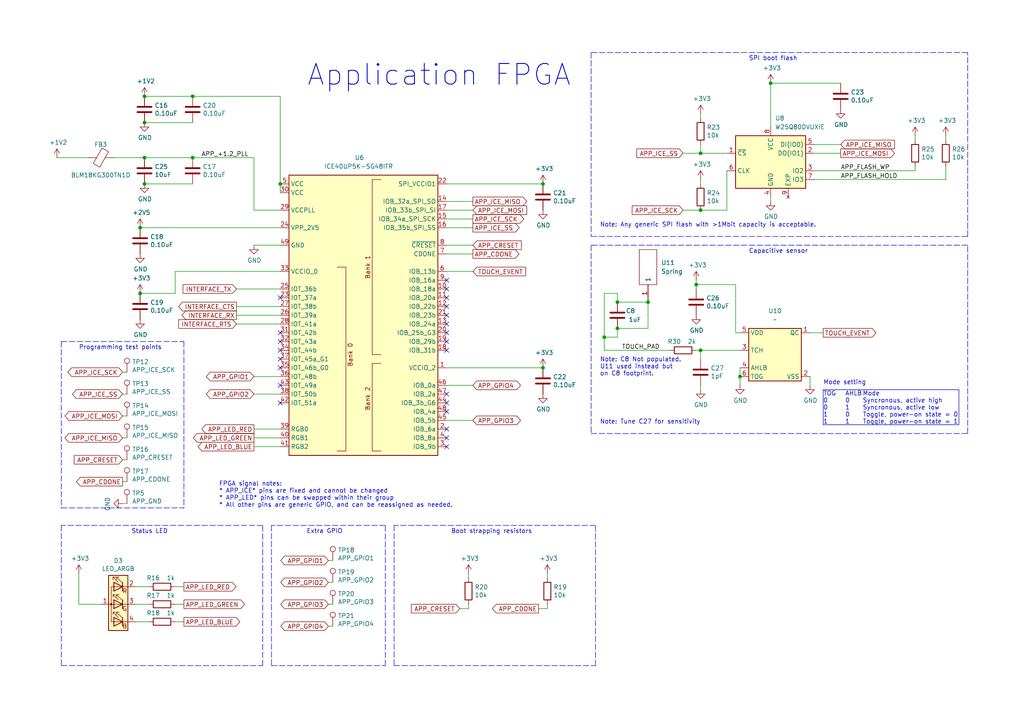
<source format=kicad_sch>
(kicad_sch (version 20211123) (generator eeschema)

  (uuid e42fd0d4-9927-4308-81d9-4cca814c8ea9)

  (paper "A4")

  (title_block
    (title "Application FPGA")
    (date "2021-11-14")
    (rev "V1")
    (company "Tillitis AB")
    (comment 1 "2022")
  )

  (lib_symbols
    (symbol "Connector:TestPoint" (pin_numbers hide) (pin_names (offset 0.762) hide) (in_bom yes) (on_board yes)
      (property "Reference" "TP" (id 0) (at 0 6.858 0)
        (effects (font (size 1.27 1.27)))
      )
      (property "Value" "TestPoint" (id 1) (at 0 5.08 0)
        (effects (font (size 1.27 1.27)))
      )
      (property "Footprint" "" (id 2) (at 5.08 0 0)
        (effects (font (size 1.27 1.27)) hide)
      )
      (property "Datasheet" "~" (id 3) (at 5.08 0 0)
        (effects (font (size 1.27 1.27)) hide)
      )
      (property "ki_keywords" "test point tp" (id 4) (at 0 0 0)
        (effects (font (size 1.27 1.27)) hide)
      )
      (property "ki_description" "test point" (id 5) (at 0 0 0)
        (effects (font (size 1.27 1.27)) hide)
      )
      (property "ki_fp_filters" "Pin* Test*" (id 6) (at 0 0 0)
        (effects (font (size 1.27 1.27)) hide)
      )
      (symbol "TestPoint_0_1"
        (circle (center 0 3.302) (radius 0.762)
          (stroke (width 0) (type default) (color 0 0 0 0))
          (fill (type none))
        )
      )
      (symbol "TestPoint_1_1"
        (pin passive line (at 0 0 90) (length 2.54)
          (name "1" (effects (font (size 1.27 1.27))))
          (number "1" (effects (font (size 1.27 1.27))))
        )
      )
    )
    (symbol "Device:C" (pin_numbers hide) (pin_names (offset 0.254)) (in_bom yes) (on_board yes)
      (property "Reference" "C" (id 0) (at 0.635 2.54 0)
        (effects (font (size 1.27 1.27)) (justify left))
      )
      (property "Value" "C" (id 1) (at 0.635 -2.54 0)
        (effects (font (size 1.27 1.27)) (justify left))
      )
      (property "Footprint" "" (id 2) (at 0.9652 -3.81 0)
        (effects (font (size 1.27 1.27)) hide)
      )
      (property "Datasheet" "~" (id 3) (at 0 0 0)
        (effects (font (size 1.27 1.27)) hide)
      )
      (property "ki_keywords" "cap capacitor" (id 4) (at 0 0 0)
        (effects (font (size 1.27 1.27)) hide)
      )
      (property "ki_description" "Unpolarized capacitor" (id 5) (at 0 0 0)
        (effects (font (size 1.27 1.27)) hide)
      )
      (property "ki_fp_filters" "C_*" (id 6) (at 0 0 0)
        (effects (font (size 1.27 1.27)) hide)
      )
      (symbol "C_0_1"
        (polyline
          (pts
            (xy -2.032 -0.762)
            (xy 2.032 -0.762)
          )
          (stroke (width 0.508) (type default) (color 0 0 0 0))
          (fill (type none))
        )
        (polyline
          (pts
            (xy -2.032 0.762)
            (xy 2.032 0.762)
          )
          (stroke (width 0.508) (type default) (color 0 0 0 0))
          (fill (type none))
        )
      )
      (symbol "C_1_1"
        (pin passive line (at 0 3.81 270) (length 2.794)
          (name "~" (effects (font (size 1.27 1.27))))
          (number "1" (effects (font (size 1.27 1.27))))
        )
        (pin passive line (at 0 -3.81 90) (length 2.794)
          (name "~" (effects (font (size 1.27 1.27))))
          (number "2" (effects (font (size 1.27 1.27))))
        )
      )
    )
    (symbol "Device:R" (pin_numbers hide) (pin_names (offset 0)) (in_bom yes) (on_board yes)
      (property "Reference" "R" (id 0) (at 2.032 0 90)
        (effects (font (size 1.27 1.27)))
      )
      (property "Value" "R" (id 1) (at 0 0 90)
        (effects (font (size 1.27 1.27)))
      )
      (property "Footprint" "" (id 2) (at -1.778 0 90)
        (effects (font (size 1.27 1.27)) hide)
      )
      (property "Datasheet" "~" (id 3) (at 0 0 0)
        (effects (font (size 1.27 1.27)) hide)
      )
      (property "ki_keywords" "R res resistor" (id 4) (at 0 0 0)
        (effects (font (size 1.27 1.27)) hide)
      )
      (property "ki_description" "Resistor" (id 5) (at 0 0 0)
        (effects (font (size 1.27 1.27)) hide)
      )
      (property "ki_fp_filters" "R_*" (id 6) (at 0 0 0)
        (effects (font (size 1.27 1.27)) hide)
      )
      (symbol "R_0_1"
        (rectangle (start -1.016 -2.54) (end 1.016 2.54)
          (stroke (width 0.254) (type default) (color 0 0 0 0))
          (fill (type none))
        )
      )
      (symbol "R_1_1"
        (pin passive line (at 0 3.81 270) (length 1.27)
          (name "~" (effects (font (size 1.27 1.27))))
          (number "1" (effects (font (size 1.27 1.27))))
        )
        (pin passive line (at 0 -3.81 90) (length 1.27)
          (name "~" (effects (font (size 1.27 1.27))))
          (number "2" (effects (font (size 1.27 1.27))))
        )
      )
    )
    (symbol "mta1:1674954-1" (pin_names (offset 0.762)) (in_bom yes) (on_board yes)
      (property "Reference" "U" (id 0) (at 16.51 7.62 0)
        (effects (font (size 1.27 1.27)) (justify left))
      )
      (property "Value" "1674954-1" (id 1) (at 16.51 5.08 0)
        (effects (font (size 1.27 1.27)) (justify left))
      )
      (property "Footprint" "1674954-1" (id 2) (at 16.51 2.54 0)
        (effects (font (size 1.27 1.27)) (justify left) hide)
      )
      (property "Datasheet" "https://www.te.com/commerce/DocumentDelivery/DDEController?Action=srchrtrv&DocNm=6-1773460-8_Spring_Fingers&DocType=Data+Sheet&DocLang=English&PartCntxt=1674954-1&DocFormat=pdf" (id 3) (at 16.51 0 0)
        (effects (font (size 1.27 1.27)) (justify left) hide)
      )
      (property "Description" "AMP - TE CONNECTIVITY - 1674954-1 - SPRING FINGER, MOBILE PHONES" (id 4) (at 16.51 -2.54 0)
        (effects (font (size 1.27 1.27)) (justify left) hide)
      )
      (property "Height" "" (id 5) (at 16.51 -5.08 0)
        (effects (font (size 1.27 1.27)) (justify left) hide)
      )
      (property "Mouser Part Number" "571-1674954-1" (id 6) (at 16.51 -7.62 0)
        (effects (font (size 1.27 1.27)) (justify left) hide)
      )
      (property "Mouser Price/Stock" "https://www.mouser.co.uk/ProductDetail/TE-Connectivity/1674954-1?qs=o4qE4s2E%252BcyEbD%252ByxeI18A%3D%3D" (id 7) (at 16.51 -10.16 0)
        (effects (font (size 1.27 1.27)) (justify left) hide)
      )
      (property "Manufacturer_Name" "TE Connectivity" (id 8) (at 16.51 -12.7 0)
        (effects (font (size 1.27 1.27)) (justify left) hide)
      )
      (property "Manufacturer_Part_Number" "1674954-1" (id 9) (at 16.51 -15.24 0)
        (effects (font (size 1.27 1.27)) (justify left) hide)
      )
      (property "ki_description" "AMP - TE CONNECTIVITY - 1674954-1 - SPRING FINGER, MOBILE PHONES" (id 10) (at 0 0 0)
        (effects (font (size 1.27 1.27)) hide)
      )
      (symbol "1674954-1_0_0"
        (pin passive line (at 0 0 0) (length 5.08)
          (name "1" (effects (font (size 1.27 1.27))))
          (number "1" (effects (font (size 1.27 1.27))))
        )
      )
      (symbol "1674954-1_0_1"
        (polyline
          (pts
            (xy 5.08 2.54)
            (xy 15.24 2.54)
            (xy 15.24 -2.54)
            (xy 5.08 -2.54)
            (xy 5.08 2.54)
          )
          (stroke (width 0.1524) (type default) (color 0 0 0 0))
          (fill (type none))
        )
      )
    )
    (symbol "mta1:FC-B1010RGBT-HG" (pin_names (offset 0) hide) (in_bom yes) (on_board yes)
      (property "Reference" "D" (id 0) (at 0 9.398 0)
        (effects (font (size 1.27 1.27)))
      )
      (property "Value" "FC-B1010RGBT-HG" (id 1) (at 0 -8.89 0)
        (effects (font (size 1.27 1.27)))
      )
      (property "Footprint" "mta1:0402rgb-1010" (id 2) (at 1.27 -11.43 0)
        (effects (font (size 1.27 1.27)) hide)
      )
      (property "Datasheet" "" (id 3) (at 0 -1.27 0)
        (effects (font (size 1.27 1.27)) hide)
      )
      (property "ki_fp_filters" "LED* LED_SMD:* LED_THT:*" (id 4) (at 0 0 0)
        (effects (font (size 1.27 1.27)) hide)
      )
      (symbol "FC-B1010RGBT-HG_0_0"
        (text "B" (at -1.905 -6.35 0)
          (effects (font (size 1.27 1.27)))
        )
        (text "G" (at -1.905 -1.27 0)
          (effects (font (size 1.27 1.27)))
        )
        (text "R" (at -1.905 3.81 0)
          (effects (font (size 1.27 1.27)))
        )
      )
      (symbol "FC-B1010RGBT-HG_0_1"
        (polyline
          (pts
            (xy -1.27 -5.08)
            (xy -2.54 -5.08)
          )
          (stroke (width 0) (type default) (color 0 0 0 0))
          (fill (type none))
        )
        (polyline
          (pts
            (xy -1.27 -5.08)
            (xy 1.27 -5.08)
          )
          (stroke (width 0) (type default) (color 0 0 0 0))
          (fill (type none))
        )
        (polyline
          (pts
            (xy -1.27 -3.81)
            (xy -1.27 -6.35)
          )
          (stroke (width 0.254) (type default) (color 0 0 0 0))
          (fill (type none))
        )
        (polyline
          (pts
            (xy -1.27 0)
            (xy -2.54 0)
          )
          (stroke (width 0) (type default) (color 0 0 0 0))
          (fill (type none))
        )
        (polyline
          (pts
            (xy -1.27 1.27)
            (xy -1.27 -1.27)
          )
          (stroke (width 0.254) (type default) (color 0 0 0 0))
          (fill (type none))
        )
        (polyline
          (pts
            (xy -1.27 5.08)
            (xy -2.54 5.08)
          )
          (stroke (width 0) (type default) (color 0 0 0 0))
          (fill (type none))
        )
        (polyline
          (pts
            (xy -1.27 5.08)
            (xy 1.27 5.08)
          )
          (stroke (width 0) (type default) (color 0 0 0 0))
          (fill (type none))
        )
        (polyline
          (pts
            (xy -1.27 6.35)
            (xy -1.27 3.81)
          )
          (stroke (width 0.254) (type default) (color 0 0 0 0))
          (fill (type none))
        )
        (polyline
          (pts
            (xy 1.27 0)
            (xy -1.27 0)
          )
          (stroke (width 0) (type default) (color 0 0 0 0))
          (fill (type none))
        )
        (polyline
          (pts
            (xy 1.27 0)
            (xy 2.54 0)
          )
          (stroke (width 0) (type default) (color 0 0 0 0))
          (fill (type none))
        )
        (polyline
          (pts
            (xy -1.27 1.27)
            (xy -1.27 -1.27)
            (xy -1.27 -1.27)
          )
          (stroke (width 0) (type default) (color 0 0 0 0))
          (fill (type none))
        )
        (polyline
          (pts
            (xy -1.27 6.35)
            (xy -1.27 3.81)
            (xy -1.27 3.81)
          )
          (stroke (width 0) (type default) (color 0 0 0 0))
          (fill (type none))
        )
        (polyline
          (pts
            (xy 1.27 -5.08)
            (xy 2.032 -5.08)
            (xy 2.032 5.08)
            (xy 1.27 5.08)
          )
          (stroke (width 0) (type default) (color 0 0 0 0))
          (fill (type none))
        )
        (polyline
          (pts
            (xy 1.27 -3.81)
            (xy 1.27 -6.35)
            (xy -1.27 -5.08)
            (xy 1.27 -3.81)
          )
          (stroke (width 0.254) (type default) (color 0 0 0 0))
          (fill (type none))
        )
        (polyline
          (pts
            (xy 1.27 1.27)
            (xy 1.27 -1.27)
            (xy -1.27 0)
            (xy 1.27 1.27)
          )
          (stroke (width 0.254) (type default) (color 0 0 0 0))
          (fill (type none))
        )
        (polyline
          (pts
            (xy 1.27 6.35)
            (xy 1.27 3.81)
            (xy -1.27 5.08)
            (xy 1.27 6.35)
          )
          (stroke (width 0.254) (type default) (color 0 0 0 0))
          (fill (type none))
        )
        (polyline
          (pts
            (xy -1.016 -3.81)
            (xy 0.508 -2.286)
            (xy -0.254 -2.286)
            (xy 0.508 -2.286)
            (xy 0.508 -3.048)
          )
          (stroke (width 0) (type default) (color 0 0 0 0))
          (fill (type none))
        )
        (polyline
          (pts
            (xy -1.016 1.27)
            (xy 0.508 2.794)
            (xy -0.254 2.794)
            (xy 0.508 2.794)
            (xy 0.508 2.032)
          )
          (stroke (width 0) (type default) (color 0 0 0 0))
          (fill (type none))
        )
        (polyline
          (pts
            (xy -1.016 6.35)
            (xy 0.508 7.874)
            (xy -0.254 7.874)
            (xy 0.508 7.874)
            (xy 0.508 7.112)
          )
          (stroke (width 0) (type default) (color 0 0 0 0))
          (fill (type none))
        )
        (polyline
          (pts
            (xy 0 -3.81)
            (xy 1.524 -2.286)
            (xy 0.762 -2.286)
            (xy 1.524 -2.286)
            (xy 1.524 -3.048)
          )
          (stroke (width 0) (type default) (color 0 0 0 0))
          (fill (type none))
        )
        (polyline
          (pts
            (xy 0 1.27)
            (xy 1.524 2.794)
            (xy 0.762 2.794)
            (xy 1.524 2.794)
            (xy 1.524 2.032)
          )
          (stroke (width 0) (type default) (color 0 0 0 0))
          (fill (type none))
        )
        (polyline
          (pts
            (xy 0 6.35)
            (xy 1.524 7.874)
            (xy 0.762 7.874)
            (xy 1.524 7.874)
            (xy 1.524 7.112)
          )
          (stroke (width 0) (type default) (color 0 0 0 0))
          (fill (type none))
        )
        (rectangle (start 1.27 -1.27) (end 1.27 1.27)
          (stroke (width 0) (type default) (color 0 0 0 0))
          (fill (type none))
        )
        (rectangle (start 1.27 1.27) (end 1.27 1.27)
          (stroke (width 0) (type default) (color 0 0 0 0))
          (fill (type none))
        )
        (rectangle (start 1.27 3.81) (end 1.27 6.35)
          (stroke (width 0) (type default) (color 0 0 0 0))
          (fill (type none))
        )
        (rectangle (start 1.27 6.35) (end 1.27 6.35)
          (stroke (width 0) (type default) (color 0 0 0 0))
          (fill (type none))
        )
        (circle (center 2.032 0) (radius 0.254)
          (stroke (width 0) (type default) (color 0 0 0 0))
          (fill (type outline))
        )
        (rectangle (start 2.794 8.382) (end -2.794 -7.62)
          (stroke (width 0.254) (type default) (color 0 0 0 0))
          (fill (type background))
        )
      )
      (symbol "FC-B1010RGBT-HG_1_1"
        (pin passive line (at 5.08 0 180) (length 2.54)
          (name "A" (effects (font (size 1.27 1.27))))
          (number "1" (effects (font (size 1.27 1.27))))
        )
        (pin passive line (at -5.08 5.08 0) (length 2.54)
          (name "RK" (effects (font (size 1.27 1.27))))
          (number "2" (effects (font (size 1.27 1.27))))
        )
        (pin passive line (at -5.08 0 0) (length 2.54)
          (name "GK" (effects (font (size 1.27 1.27))))
          (number "3" (effects (font (size 1.27 1.27))))
        )
        (pin passive line (at -5.08 -5.08 0) (length 2.54)
          (name "BK" (effects (font (size 1.27 1.27))))
          (number "4" (effects (font (size 1.27 1.27))))
        )
      )
    )
    (symbol "mta1:Ferrite_Bead-Device" (pin_numbers hide) (pin_names (offset 0)) (in_bom yes) (on_board yes)
      (property "Reference" "FB" (id 0) (at -3.81 0.635 90)
        (effects (font (size 1.27 1.27)))
      )
      (property "Value" "Ferrite_Bead-Device" (id 1) (at 3.81 0 90)
        (effects (font (size 1.27 1.27)))
      )
      (property "Footprint" "" (id 2) (at -1.778 0 90)
        (effects (font (size 1.27 1.27)) hide)
      )
      (property "Datasheet" "" (id 3) (at 0 0 0)
        (effects (font (size 1.27 1.27)) hide)
      )
      (property "ki_fp_filters" "Inductor_* L_* *Ferrite*" (id 4) (at 0 0 0)
        (effects (font (size 1.27 1.27)) hide)
      )
      (symbol "Ferrite_Bead-Device_0_1"
        (polyline
          (pts
            (xy 0 -1.27)
            (xy 0 -1.2192)
          )
          (stroke (width 0) (type default) (color 0 0 0 0))
          (fill (type none))
        )
        (polyline
          (pts
            (xy 0 1.27)
            (xy 0 1.2954)
          )
          (stroke (width 0) (type default) (color 0 0 0 0))
          (fill (type none))
        )
        (polyline
          (pts
            (xy -2.7686 0.4064)
            (xy -1.7018 2.2606)
            (xy 2.7686 -0.3048)
            (xy 1.6764 -2.159)
            (xy -2.7686 0.4064)
          )
          (stroke (width 0) (type default) (color 0 0 0 0))
          (fill (type none))
        )
      )
      (symbol "Ferrite_Bead-Device_1_1"
        (pin passive line (at 0 3.81 270) (length 2.54)
          (name "~" (effects (font (size 1.27 1.27))))
          (number "1" (effects (font (size 1.27 1.27))))
        )
        (pin passive line (at 0 -3.81 90) (length 2.54)
          (name "~" (effects (font (size 1.27 1.27))))
          (number "2" (effects (font (size 1.27 1.27))))
        )
      )
    )
    (symbol "mta1:ICE40UP5K-SG48ITR" (in_bom yes) (on_board yes)
      (property "Reference" "U" (id 0) (at -24.13 -44.45 0)
        (effects (font (size 1.27 1.27)))
      )
      (property "Value" "ICE40UP5K-SG48ITR" (id 1) (at -15.24 -46.99 0)
        (effects (font (size 1.27 1.27)))
      )
      (property "Footprint" "Package_DFN_QFN:QFN-48-1EP_7x7mm_P0.5mm_EP5.6x5.6mm" (id 2) (at -15.24 -49.53 0)
        (effects (font (size 1.27 1.27)) hide)
      )
      (property "Datasheet" "http://www.latticesemi.com/Products/FPGAandCPLD/iCE40Ultra" (id 3) (at -40.64 -21.59 90)
        (effects (font (size 1.27 1.27)) hide)
      )
      (property "ki_keywords" "FPGA programmable logic" (id 4) (at 0 0 0)
        (effects (font (size 1.27 1.27)) hide)
      )
      (property "ki_description" "iCE40 UltraPlus FPGA, 5280 LUTs, 1.2V, 48-pin QFN" (id 5) (at 0 0 0)
        (effects (font (size 1.27 1.27)) hide)
      )
      (property "ki_fp_filters" "QFN*7x7mm*P0.5mm*EP5.6x5.6mm*" (id 6) (at 0 0 0)
        (effects (font (size 1.27 1.27)) hide)
      )
      (symbol "ICE40UP5K-SG48ITR_0_0"
        (polyline
          (pts
            (xy -6.35 13.97)
            (xy -3.81 13.97)
            (xy -3.81 -39.37)
            (xy -6.35 -39.37)
          )
          (stroke (width 0) (type default) (color 0 0 0 0))
          (fill (type none))
        )
        (polyline
          (pts
            (xy 6.35 -39.37)
            (xy 3.81 -39.37)
            (xy 3.81 -13.97)
            (xy 6.35 -13.97)
          )
          (stroke (width 0) (type default) (color 0 0 0 0))
          (fill (type none))
        )
        (polyline
          (pts
            (xy 6.35 -11.43)
            (xy 3.81 -11.43)
            (xy 3.81 39.37)
            (xy 6.35 39.37)
          )
          (stroke (width 0) (type default) (color 0 0 0 0))
          (fill (type none))
        )
        (text "Bank 0" (at -2.54 -11.43 900)
          (effects (font (size 1.27 1.27)))
        )
        (text "Bank 1" (at 2.54 13.97 900)
          (effects (font (size 1.27 1.27)))
        )
        (text "Bank 2" (at 2.54 -24.13 900)
          (effects (font (size 1.27 1.27)))
        )
      )
      (symbol "ICE40UP5K-SG48ITR_1_1"
        (rectangle (start -20.32 40.64) (end 22.86 -40.64)
          (stroke (width 0.254) (type default) (color 0 0 0 0))
          (fill (type background))
        )
        (pin power_in line (at 25.4 -15.24 180) (length 2.54)
          (name "VCCIO_2" (effects (font (size 1.27 1.27))))
          (number "1" (effects (font (size 1.27 1.27))))
        )
        (pin bidirectional line (at 25.4 7.62 180) (length 2.54)
          (name "IOB_18a" (effects (font (size 1.27 1.27))))
          (number "10" (effects (font (size 1.27 1.27))))
        )
        (pin bidirectional line (at 25.4 5.08 180) (length 2.54)
          (name "IOB_20a" (effects (font (size 1.27 1.27))))
          (number "11" (effects (font (size 1.27 1.27))))
        )
        (pin bidirectional line (at 25.4 2.54 180) (length 2.54)
          (name "IOB_22b" (effects (font (size 1.27 1.27))))
          (number "12" (effects (font (size 1.27 1.27))))
        )
        (pin bidirectional line (at 25.4 -2.54 180) (length 2.54)
          (name "IOB_24a" (effects (font (size 1.27 1.27))))
          (number "13" (effects (font (size 1.27 1.27))))
        )
        (pin bidirectional line (at 25.4 33.02 180) (length 2.54)
          (name "IOB_32a_SPI_SO" (effects (font (size 1.27 1.27))))
          (number "14" (effects (font (size 1.27 1.27))))
        )
        (pin bidirectional line (at 25.4 27.94 180) (length 2.54)
          (name "IOB_34a_SPI_SCK" (effects (font (size 1.27 1.27))))
          (number "15" (effects (font (size 1.27 1.27))))
        )
        (pin bidirectional line (at 25.4 25.4 180) (length 2.54)
          (name "IOB_35b_SPI_SS" (effects (font (size 1.27 1.27))))
          (number "16" (effects (font (size 1.27 1.27))))
        )
        (pin bidirectional line (at 25.4 30.48 180) (length 2.54)
          (name "IOB_33b_SPI_SI" (effects (font (size 1.27 1.27))))
          (number "17" (effects (font (size 1.27 1.27))))
        )
        (pin bidirectional line (at 25.4 -10.16 180) (length 2.54)
          (name "IOB_31b" (effects (font (size 1.27 1.27))))
          (number "18" (effects (font (size 1.27 1.27))))
        )
        (pin bidirectional line (at 25.4 -7.62 180) (length 2.54)
          (name "IOB_29b" (effects (font (size 1.27 1.27))))
          (number "19" (effects (font (size 1.27 1.27))))
        )
        (pin bidirectional line (at 25.4 -33.02 180) (length 2.54)
          (name "IOB_6a" (effects (font (size 1.27 1.27))))
          (number "2" (effects (font (size 1.27 1.27))))
        )
        (pin bidirectional line (at 25.4 -5.08 180) (length 2.54)
          (name "IOB_25b_G3" (effects (font (size 1.27 1.27))))
          (number "20" (effects (font (size 1.27 1.27))))
        )
        (pin bidirectional line (at 25.4 0 180) (length 2.54)
          (name "IOB_23b" (effects (font (size 1.27 1.27))))
          (number "21" (effects (font (size 1.27 1.27))))
        )
        (pin power_in line (at 25.4 38.1 180) (length 2.54)
          (name "SPI_VCCIO1" (effects (font (size 1.27 1.27))))
          (number "22" (effects (font (size 1.27 1.27))))
        )
        (pin bidirectional line (at -22.86 5.08 0) (length 2.54)
          (name "IOT_37a" (effects (font (size 1.27 1.27))))
          (number "23" (effects (font (size 1.27 1.27))))
        )
        (pin power_in line (at -22.86 25.4 0) (length 2.54)
          (name "VPP_2V5" (effects (font (size 1.27 1.27))))
          (number "24" (effects (font (size 1.27 1.27))))
        )
        (pin bidirectional line (at -22.86 7.62 0) (length 2.54)
          (name "IOT_36b" (effects (font (size 1.27 1.27))))
          (number "25" (effects (font (size 1.27 1.27))))
        )
        (pin bidirectional line (at -22.86 0 0) (length 2.54)
          (name "IOT_39a" (effects (font (size 1.27 1.27))))
          (number "26" (effects (font (size 1.27 1.27))))
        )
        (pin bidirectional line (at -22.86 2.54 0) (length 2.54)
          (name "IOT_38b" (effects (font (size 1.27 1.27))))
          (number "27" (effects (font (size 1.27 1.27))))
        )
        (pin bidirectional line (at -22.86 -2.54 0) (length 2.54)
          (name "IOT_41a" (effects (font (size 1.27 1.27))))
          (number "28" (effects (font (size 1.27 1.27))))
        )
        (pin power_in line (at -22.86 30.48 0) (length 2.54)
          (name "VCCPLL" (effects (font (size 1.27 1.27))))
          (number "29" (effects (font (size 1.27 1.27))))
        )
        (pin bidirectional line (at 25.4 -38.1 180) (length 2.54)
          (name "IOB_9b" (effects (font (size 1.27 1.27))))
          (number "3" (effects (font (size 1.27 1.27))))
        )
        (pin power_in line (at -22.86 35.56 0) (length 2.54)
          (name "VCC" (effects (font (size 1.27 1.27))))
          (number "30" (effects (font (size 1.27 1.27))))
        )
        (pin bidirectional line (at -22.86 -5.08 0) (length 2.54)
          (name "IOT_42b" (effects (font (size 1.27 1.27))))
          (number "31" (effects (font (size 1.27 1.27))))
        )
        (pin bidirectional line (at -22.86 -7.62 0) (length 2.54)
          (name "IOT_43a" (effects (font (size 1.27 1.27))))
          (number "32" (effects (font (size 1.27 1.27))))
        )
        (pin power_in line (at -22.86 12.7 0) (length 2.54)
          (name "VCCIO_0" (effects (font (size 1.27 1.27))))
          (number "33" (effects (font (size 1.27 1.27))))
        )
        (pin bidirectional line (at -22.86 -10.16 0) (length 2.54)
          (name "IOT_44b" (effects (font (size 1.27 1.27))))
          (number "34" (effects (font (size 1.27 1.27))))
        )
        (pin bidirectional line (at -22.86 -15.24 0) (length 2.54)
          (name "IOT_46b_G0" (effects (font (size 1.27 1.27))))
          (number "35" (effects (font (size 1.27 1.27))))
        )
        (pin bidirectional line (at -22.86 -17.78 0) (length 2.54)
          (name "IOT_48b" (effects (font (size 1.27 1.27))))
          (number "36" (effects (font (size 1.27 1.27))))
        )
        (pin bidirectional line (at -22.86 -12.7 0) (length 2.54)
          (name "IOT_45a_G1" (effects (font (size 1.27 1.27))))
          (number "37" (effects (font (size 1.27 1.27))))
        )
        (pin bidirectional line (at -22.86 -22.86 0) (length 2.54)
          (name "IOT_50b" (effects (font (size 1.27 1.27))))
          (number "38" (effects (font (size 1.27 1.27))))
        )
        (pin open_collector line (at -22.86 -33.02 0) (length 2.54)
          (name "RGB0" (effects (font (size 1.27 1.27))))
          (number "39" (effects (font (size 1.27 1.27))))
        )
        (pin bidirectional line (at 25.4 -35.56 180) (length 2.54)
          (name "IOB_8a" (effects (font (size 1.27 1.27))))
          (number "4" (effects (font (size 1.27 1.27))))
        )
        (pin open_collector line (at -22.86 -35.56 0) (length 2.54)
          (name "RGB1" (effects (font (size 1.27 1.27))))
          (number "40" (effects (font (size 1.27 1.27))))
        )
        (pin open_collector line (at -22.86 -38.1 0) (length 2.54)
          (name "RGB2" (effects (font (size 1.27 1.27))))
          (number "41" (effects (font (size 1.27 1.27))))
        )
        (pin bidirectional line (at -22.86 -25.4 0) (length 2.54)
          (name "IOT_51a" (effects (font (size 1.27 1.27))))
          (number "42" (effects (font (size 1.27 1.27))))
        )
        (pin bidirectional line (at -22.86 -20.32 0) (length 2.54)
          (name "IOT_49a" (effects (font (size 1.27 1.27))))
          (number "43" (effects (font (size 1.27 1.27))))
        )
        (pin bidirectional line (at 25.4 -25.4 180) (length 2.54)
          (name "IOB_3b_G6" (effects (font (size 1.27 1.27))))
          (number "44" (effects (font (size 1.27 1.27))))
        )
        (pin bidirectional line (at 25.4 -30.48 180) (length 2.54)
          (name "IOB_5b" (effects (font (size 1.27 1.27))))
          (number "45" (effects (font (size 1.27 1.27))))
        )
        (pin bidirectional line (at 25.4 -20.32 180) (length 2.54)
          (name "IOB_0a" (effects (font (size 1.27 1.27))))
          (number "46" (effects (font (size 1.27 1.27))))
        )
        (pin bidirectional line (at 25.4 -22.86 180) (length 2.54)
          (name "IOB_2a" (effects (font (size 1.27 1.27))))
          (number "47" (effects (font (size 1.27 1.27))))
        )
        (pin bidirectional line (at 25.4 -27.94 180) (length 2.54)
          (name "IOB_4a" (effects (font (size 1.27 1.27))))
          (number "48" (effects (font (size 1.27 1.27))))
        )
        (pin power_in line (at -22.86 20.32 0) (length 2.54)
          (name "GND" (effects (font (size 1.27 1.27))))
          (number "49" (effects (font (size 1.27 1.27))))
        )
        (pin power_in line (at -22.86 38.1 0) (length 2.54)
          (name "VCC" (effects (font (size 1.27 1.27))))
          (number "5" (effects (font (size 1.27 1.27))))
        )
        (pin bidirectional line (at 25.4 12.7 180) (length 2.54)
          (name "IOB_13b" (effects (font (size 1.27 1.27))))
          (number "6" (effects (font (size 1.27 1.27))))
        )
        (pin open_collector line (at 25.4 17.78 180) (length 2.54)
          (name "CDONE" (effects (font (size 1.27 1.27))))
          (number "7" (effects (font (size 1.27 1.27))))
        )
        (pin input line (at 25.4 20.32 180) (length 2.54)
          (name "~{CRESET}" (effects (font (size 1.27 1.27))))
          (number "8" (effects (font (size 1.27 1.27))))
        )
        (pin bidirectional line (at 25.4 10.16 180) (length 2.54)
          (name "IOB_16a" (effects (font (size 1.27 1.27))))
          (number "9" (effects (font (size 1.27 1.27))))
        )
      )
    )
    (symbol "mta1:PT2043AT6" (in_bom yes) (on_board yes)
      (property "Reference" "U" (id 0) (at -6.35 8.89 0)
        (effects (font (size 1.27 1.27)))
      )
      (property "Value" "PT2043AT6" (id 1) (at -2.54 -8.89 0)
        (effects (font (size 1.27 1.27)))
      )
      (property "Footprint" "Package_TO_SOT_SMD:SOT-23-6" (id 2) (at 0 12.7 0)
        (effects (font (size 1.27 1.27)) hide)
      )
      (property "Datasheet" "" (id 3) (at -21.59 12.7 0)
        (effects (font (size 1.27 1.27)) hide)
      )
      (property "ki_description" "SOT-23-6 Touch Sensors ROHS" (id 4) (at 0 0 0)
        (effects (font (size 1.27 1.27)) hide)
      )
      (symbol "PT2043AT6_1_1"
        (rectangle (start -7.62 7.62) (end 7.62 -7.62)
          (stroke (width 0.254) (type default) (color 0 0 0 0))
          (fill (type background))
        )
        (pin output line (at 10.16 6.35 180) (length 2.54)
          (name "QC" (effects (font (size 1.27 1.27))))
          (number "1" (effects (font (size 1.27 1.27))))
        )
        (pin power_in line (at 10.16 -6.35 180) (length 2.54)
          (name "VSS" (effects (font (size 1.27 1.27))))
          (number "2" (effects (font (size 1.27 1.27))))
        )
        (pin input line (at -10.16 1.27 0) (length 2.54)
          (name "TCH" (effects (font (size 1.27 1.27))))
          (number "3" (effects (font (size 1.27 1.27))))
        )
        (pin input line (at -10.16 -3.81 0) (length 2.54)
          (name "AHLB" (effects (font (size 1.27 1.27))))
          (number "4" (effects (font (size 1.27 1.27))))
        )
        (pin power_in line (at -10.16 6.35 0) (length 2.54)
          (name "VDD" (effects (font (size 1.27 1.27))))
          (number "5" (effects (font (size 1.27 1.27))))
        )
        (pin input line (at -10.16 -6.35 0) (length 2.54)
          (name "TOG" (effects (font (size 1.27 1.27))))
          (number "6" (effects (font (size 1.27 1.27))))
        )
      )
    )
    (symbol "mta1:W25Q80DVUXIE" (in_bom yes) (on_board yes)
      (property "Reference" "U" (id 0) (at -8.89 8.89 0)
        (effects (font (size 1.27 1.27)))
      )
      (property "Value" "W25Q80DVUXIE" (id 1) (at 7.62 8.89 0)
        (effects (font (size 1.27 1.27)))
      )
      (property "Footprint" "mta1:W25Q80DVUXIE" (id 2) (at 0 0 0)
        (effects (font (size 1.27 1.27)) hide)
      )
      (property "Datasheet" "https://www.winbond.com/resource-files/w25x40cl_f%2020140325.pdf" (id 3) (at 0 0 0)
        (effects (font (size 1.27 1.27)) hide)
      )
      (property "ki_keywords" "flash memory SPI" (id 4) (at 0 0 0)
        (effects (font (size 1.27 1.27)) hide)
      )
      (property "ki_description" "IC FLASH 8MBIT SPI 104MHZ 8USON" (id 5) (at 0 0 0)
        (effects (font (size 1.27 1.27)) hide)
      )
      (symbol "W25Q80DVUXIE_0_1"
        (rectangle (start -10.16 7.62) (end 10.16 -7.62)
          (stroke (width 0.254) (type default) (color 0 0 0 0))
          (fill (type background))
        )
      )
      (symbol "W25Q80DVUXIE_1_1"
        (pin input line (at -12.7 2.54 0) (length 2.54)
          (name "~{CS}" (effects (font (size 1.27 1.27))))
          (number "1" (effects (font (size 1.27 1.27))))
        )
        (pin bidirectional line (at 12.7 2.54 180) (length 2.54)
          (name "DO(IO1)" (effects (font (size 1.27 1.27))))
          (number "2" (effects (font (size 1.27 1.27))))
        )
        (pin bidirectional line (at 12.7 -2.54 180) (length 2.54)
          (name "IO2" (effects (font (size 1.27 1.27))))
          (number "3" (effects (font (size 1.27 1.27))))
        )
        (pin power_in line (at 0 -10.16 90) (length 2.54)
          (name "GND" (effects (font (size 1.27 1.27))))
          (number "4" (effects (font (size 1.27 1.27))))
        )
        (pin bidirectional line (at 12.7 5.08 180) (length 2.54)
          (name "DI(IO0)" (effects (font (size 1.27 1.27))))
          (number "5" (effects (font (size 1.27 1.27))))
        )
        (pin input line (at -12.7 -2.54 0) (length 2.54)
          (name "CLK" (effects (font (size 1.27 1.27))))
          (number "6" (effects (font (size 1.27 1.27))))
        )
        (pin bidirectional line (at 12.7 -5.08 180) (length 2.54)
          (name "IO3" (effects (font (size 1.27 1.27))))
          (number "7" (effects (font (size 1.27 1.27))))
        )
        (pin power_in line (at 0 10.16 270) (length 2.54)
          (name "VCC" (effects (font (size 1.27 1.27))))
          (number "8" (effects (font (size 1.27 1.27))))
        )
        (pin no_connect line (at 5.08 -10.16 90) (length 2.54)
          (name "EXP" (effects (font (size 1.27 1.27))))
          (number "9" (effects (font (size 1.27 1.27))))
        )
      )
    )
    (symbol "power:+1V2" (power) (pin_names (offset 0)) (in_bom yes) (on_board yes)
      (property "Reference" "#PWR" (id 0) (at 0 -3.81 0)
        (effects (font (size 1.27 1.27)) hide)
      )
      (property "Value" "+1V2" (id 1) (at 0 3.556 0)
        (effects (font (size 1.27 1.27)))
      )
      (property "Footprint" "" (id 2) (at 0 0 0)
        (effects (font (size 1.27 1.27)) hide)
      )
      (property "Datasheet" "" (id 3) (at 0 0 0)
        (effects (font (size 1.27 1.27)) hide)
      )
      (property "ki_keywords" "power-flag" (id 4) (at 0 0 0)
        (effects (font (size 1.27 1.27)) hide)
      )
      (property "ki_description" "Power symbol creates a global label with name \"+1V2\"" (id 5) (at 0 0 0)
        (effects (font (size 1.27 1.27)) hide)
      )
      (symbol "+1V2_0_1"
        (polyline
          (pts
            (xy -0.762 1.27)
            (xy 0 2.54)
          )
          (stroke (width 0) (type default) (color 0 0 0 0))
          (fill (type none))
        )
        (polyline
          (pts
            (xy 0 0)
            (xy 0 2.54)
          )
          (stroke (width 0) (type default) (color 0 0 0 0))
          (fill (type none))
        )
        (polyline
          (pts
            (xy 0 2.54)
            (xy 0.762 1.27)
          )
          (stroke (width 0) (type default) (color 0 0 0 0))
          (fill (type none))
        )
      )
      (symbol "+1V2_1_1"
        (pin power_in line (at 0 0 90) (length 0) hide
          (name "+1V2" (effects (font (size 1.27 1.27))))
          (number "1" (effects (font (size 1.27 1.27))))
        )
      )
    )
    (symbol "power:+2V5" (power) (pin_names (offset 0)) (in_bom yes) (on_board yes)
      (property "Reference" "#PWR" (id 0) (at 0 -3.81 0)
        (effects (font (size 1.27 1.27)) hide)
      )
      (property "Value" "+2V5" (id 1) (at 0 3.556 0)
        (effects (font (size 1.27 1.27)))
      )
      (property "Footprint" "" (id 2) (at 0 0 0)
        (effects (font (size 1.27 1.27)) hide)
      )
      (property "Datasheet" "" (id 3) (at 0 0 0)
        (effects (font (size 1.27 1.27)) hide)
      )
      (property "ki_keywords" "power-flag" (id 4) (at 0 0 0)
        (effects (font (size 1.27 1.27)) hide)
      )
      (property "ki_description" "Power symbol creates a global label with name \"+2V5\"" (id 5) (at 0 0 0)
        (effects (font (size 1.27 1.27)) hide)
      )
      (symbol "+2V5_0_1"
        (polyline
          (pts
            (xy -0.762 1.27)
            (xy 0 2.54)
          )
          (stroke (width 0) (type default) (color 0 0 0 0))
          (fill (type none))
        )
        (polyline
          (pts
            (xy 0 0)
            (xy 0 2.54)
          )
          (stroke (width 0) (type default) (color 0 0 0 0))
          (fill (type none))
        )
        (polyline
          (pts
            (xy 0 2.54)
            (xy 0.762 1.27)
          )
          (stroke (width 0) (type default) (color 0 0 0 0))
          (fill (type none))
        )
      )
      (symbol "+2V5_1_1"
        (pin power_in line (at 0 0 90) (length 0) hide
          (name "+2V5" (effects (font (size 1.27 1.27))))
          (number "1" (effects (font (size 1.27 1.27))))
        )
      )
    )
    (symbol "power:+3.3V" (power) (pin_names (offset 0)) (in_bom yes) (on_board yes)
      (property "Reference" "#PWR" (id 0) (at 0 -3.81 0)
        (effects (font (size 1.27 1.27)) hide)
      )
      (property "Value" "+3.3V" (id 1) (at 0 3.556 0)
        (effects (font (size 1.27 1.27)))
      )
      (property "Footprint" "" (id 2) (at 0 0 0)
        (effects (font (size 1.27 1.27)) hide)
      )
      (property "Datasheet" "" (id 3) (at 0 0 0)
        (effects (font (size 1.27 1.27)) hide)
      )
      (property "ki_keywords" "power-flag" (id 4) (at 0 0 0)
        (effects (font (size 1.27 1.27)) hide)
      )
      (property "ki_description" "Power symbol creates a global label with name \"+3.3V\"" (id 5) (at 0 0 0)
        (effects (font (size 1.27 1.27)) hide)
      )
      (symbol "+3.3V_0_1"
        (polyline
          (pts
            (xy -0.762 1.27)
            (xy 0 2.54)
          )
          (stroke (width 0) (type default) (color 0 0 0 0))
          (fill (type none))
        )
        (polyline
          (pts
            (xy 0 0)
            (xy 0 2.54)
          )
          (stroke (width 0) (type default) (color 0 0 0 0))
          (fill (type none))
        )
        (polyline
          (pts
            (xy 0 2.54)
            (xy 0.762 1.27)
          )
          (stroke (width 0) (type default) (color 0 0 0 0))
          (fill (type none))
        )
      )
      (symbol "+3.3V_1_1"
        (pin power_in line (at 0 0 90) (length 0) hide
          (name "+3V3" (effects (font (size 1.27 1.27))))
          (number "1" (effects (font (size 1.27 1.27))))
        )
      )
    )
    (symbol "power:GND" (power) (pin_names (offset 0)) (in_bom yes) (on_board yes)
      (property "Reference" "#PWR" (id 0) (at 0 -6.35 0)
        (effects (font (size 1.27 1.27)) hide)
      )
      (property "Value" "GND" (id 1) (at 0 -3.81 0)
        (effects (font (size 1.27 1.27)))
      )
      (property "Footprint" "" (id 2) (at 0 0 0)
        (effects (font (size 1.27 1.27)) hide)
      )
      (property "Datasheet" "" (id 3) (at 0 0 0)
        (effects (font (size 1.27 1.27)) hide)
      )
      (property "ki_keywords" "power-flag" (id 4) (at 0 0 0)
        (effects (font (size 1.27 1.27)) hide)
      )
      (property "ki_description" "Power symbol creates a global label with name \"GND\" , ground" (id 5) (at 0 0 0)
        (effects (font (size 1.27 1.27)) hide)
      )
      (symbol "GND_0_1"
        (polyline
          (pts
            (xy 0 0)
            (xy 0 -1.27)
            (xy 1.27 -1.27)
            (xy 0 -2.54)
            (xy -1.27 -1.27)
            (xy 0 -1.27)
          )
          (stroke (width 0) (type default) (color 0 0 0 0))
          (fill (type none))
        )
      )
      (symbol "GND_1_1"
        (pin power_in line (at 0 0 270) (length 0) hide
          (name "GND" (effects (font (size 1.27 1.27))))
          (number "1" (effects (font (size 1.27 1.27))))
        )
      )
    )
  )

  (junction (at 179.07 95.25) (diameter 0) (color 0 0 0 0)
    (uuid 14a5820a-1786-4c33-a203-8349279cff42)
  )
  (junction (at 201.93 82.55) (diameter 0) (color 0 0 0 0)
    (uuid 1bdf2b87-e380-4485-8219-3210fd09433f)
  )
  (junction (at 187.96 87.63) (diameter 0) (color 0 0 0 0)
    (uuid 21e27834-a7f0-4a8c-ad5a-c60887b761fa)
  )
  (junction (at 223.52 24.13) (diameter 0) (color 0 0 0 0)
    (uuid 2f3fa841-b787-4db5-92d2-e7d5ff6fba03)
  )
  (junction (at 214.63 109.22) (diameter 0) (color 0 0 0 0)
    (uuid 2f7c7d65-d0af-48f7-95af-2b8d17dd473a)
  )
  (junction (at 203.2 60.96) (diameter 0) (color 0 0 0 0)
    (uuid 3a4c5515-4fbe-4892-ace1-1ab0b3ee00fa)
  )
  (junction (at 40.64 85.09) (diameter 0) (color 0 0 0 0)
    (uuid 3f43c2dc-daa2-45ba-b8ca-7ae5aebed882)
  )
  (junction (at 41.91 27.94) (diameter 0) (color 0 0 0 0)
    (uuid 494d4ce3-60c4-4021-8bd1-ab41a12b14ed)
  )
  (junction (at 81.28 53.34) (diameter 0) (color 0 0 0 0)
    (uuid 544086de-d657-4ebc-a0a8-afebb5bf9267)
  )
  (junction (at 55.88 27.94) (diameter 0) (color 0 0 0 0)
    (uuid 8313e187-c805-4927-8002-313a51839243)
  )
  (junction (at 203.2 101.6) (diameter 0) (color 0 0 0 0)
    (uuid 8cf40b68-dc06-484f-9ea1-32cfdfa497a7)
  )
  (junction (at 41.91 35.56) (diameter 0) (color 0 0 0 0)
    (uuid a419542a-0c78-421e-9ac7-81d3afba6186)
  )
  (junction (at 41.91 53.34) (diameter 0) (color 0 0 0 0)
    (uuid a43f2e19-4e11-4e86-a12a-58a691d6df28)
  )
  (junction (at 41.91 45.72) (diameter 0) (color 0 0 0 0)
    (uuid b1240f00-ec43-4c0b-9a41-43264db8a893)
  )
  (junction (at 175.26 97.79) (diameter 0) (color 0 0 0 0)
    (uuid b1308e79-7ed3-46eb-9876-069b0466740f)
  )
  (junction (at 40.64 66.04) (diameter 0) (color 0 0 0 0)
    (uuid b5cea0b5-192f-476b-a3c8-0c26e2231699)
  )
  (junction (at 157.48 106.68) (diameter 0) (color 0 0 0 0)
    (uuid c482f4f0-b441-4301-a9f1-c7f9e511d699)
  )
  (junction (at 179.07 87.63) (diameter 0) (color 0 0 0 0)
    (uuid cda99caf-0c79-4b11-8a43-7e896461f4dc)
  )
  (junction (at 55.88 45.72) (diameter 0) (color 0 0 0 0)
    (uuid d23840a6-3c61-45ca-968a-bc57332fd7a4)
  )
  (junction (at 203.2 44.45) (diameter 0) (color 0 0 0 0)
    (uuid d43cf615-aafb-42c6-91db-d03d1b33b6a9)
  )
  (junction (at 157.48 53.34) (diameter 0) (color 0 0 0 0)
    (uuid d554632b-6dd0-47f8-b59b-3ce25177ca3e)
  )

  (no_connect (at 129.54 86.36) (uuid 1af3d97e-2dd3-461e-9941-50f6a56d2c86))
  (no_connect (at 129.54 127) (uuid 1b2a9058-271f-4242-b401-00ff659dbdda))
  (no_connect (at 129.54 124.46) (uuid 1d5dfe08-ead4-4610-acd2-12190c648c24))
  (no_connect (at 129.54 119.38) (uuid 8841214d-dd0e-4d87-bdf6-f5358a0d764c))
  (no_connect (at 81.28 104.14) (uuid 9992cc39-7d2d-46ba-b80a-7cfe166d6ece))
  (no_connect (at 129.54 129.54) (uuid a9a22f6a-50e1-4aeb-a401-2f18ba3a6716))
  (no_connect (at 129.54 93.98) (uuid da97cac7-0d2a-44a0-85b6-ab481c1e829a))
  (no_connect (at 81.28 86.36) (uuid de0c2090-8c17-4027-b569-33ddbe66b30e))
  (no_connect (at 81.28 99.06) (uuid de0c2090-8c17-4027-b569-33ddbe66b310))
  (no_connect (at 81.28 106.68) (uuid de0c2090-8c17-4027-b569-33ddbe66b312))
  (no_connect (at 81.28 101.6) (uuid de0c2090-8c17-4027-b569-33ddbe66b313))
  (no_connect (at 81.28 116.84) (uuid de0c2090-8c17-4027-b569-33ddbe66b314))
  (no_connect (at 81.28 111.76) (uuid de0c2090-8c17-4027-b569-33ddbe66b315))
  (no_connect (at 129.54 116.84) (uuid de0c2090-8c17-4027-b569-33ddbe66b317))
  (no_connect (at 129.54 83.82) (uuid de0c2090-8c17-4027-b569-33ddbe66b319))
  (no_connect (at 129.54 81.28) (uuid de0c2090-8c17-4027-b569-33ddbe66b31b))
  (no_connect (at 129.54 101.6) (uuid de0c2090-8c17-4027-b569-33ddbe66b31c))
  (no_connect (at 129.54 91.44) (uuid de0c2090-8c17-4027-b569-33ddbe66b31d))
  (no_connect (at 129.54 96.52) (uuid de0c2090-8c17-4027-b569-33ddbe66b31e))
  (no_connect (at 129.54 99.06) (uuid de0c2090-8c17-4027-b569-33ddbe66b31f))
  (no_connect (at 81.28 96.52) (uuid e232641d-bc08-4c5f-8d75-26a965d11537))
  (no_connect (at 129.54 114.3) (uuid f399f9b9-5025-46df-9899-b3b955a461d5))
  (no_connect (at 129.54 88.9) (uuid f6cc949f-155c-4f41-a673-31bee07a84fa))

  (wire (pts (xy 50.8 78.74) (xy 50.8 85.09))
    (stroke (width 0) (type default) (color 0 0 0 0))
    (uuid 01c59306-91a3-452b-92b5-9af8f8f257d6)
  )
  (wire (pts (xy 73.66 45.72) (xy 73.66 60.96))
    (stroke (width 0) (type default) (color 0 0 0 0))
    (uuid 020b7e1f-8bb0-4882-91d4-7894bf18db84)
  )
  (polyline (pts (xy 17.78 99.06) (xy 53.34 99.06))
    (stroke (width 0) (type default) (color 0 0 0 0))
    (uuid 08712338-d85d-4931-9202-6870883d2bd9)
  )

  (wire (pts (xy 210.82 44.45) (xy 203.2 44.45))
    (stroke (width 0) (type default) (color 0 0 0 0))
    (uuid 09d2deba-984a-4ed9-8adb-bf351b4e9fbe)
  )
  (wire (pts (xy 39.37 175.26) (xy 43.18 175.26))
    (stroke (width 0) (type default) (color 0 0 0 0))
    (uuid 0cc094e7-c1c0-457d-bd94-3db91c23be55)
  )
  (wire (pts (xy 223.52 36.83) (xy 223.52 24.13))
    (stroke (width 0) (type default) (color 0 0 0 0))
    (uuid 0f0dc3ef-76ec-4fdf-ace3-a4007f0953c4)
  )
  (wire (pts (xy 213.36 96.52) (xy 214.63 96.52))
    (stroke (width 0) (type default) (color 0 0 0 0))
    (uuid 0f7bc491-ea25-4b9e-9106-2b6a8749bd88)
  )
  (wire (pts (xy 55.88 53.34) (xy 41.91 53.34))
    (stroke (width 0) (type default) (color 0 0 0 0))
    (uuid 100847e3-630c-4c13-ba45-180e92370805)
  )
  (wire (pts (xy 68.58 83.82) (xy 81.28 83.82))
    (stroke (width 0) (type default) (color 0 0 0 0))
    (uuid 11739269-79a4-4949-b2a5-fb5fdda3513d)
  )
  (wire (pts (xy 203.2 41.91) (xy 203.2 44.45))
    (stroke (width 0) (type default) (color 0 0 0 0))
    (uuid 15535c83-587a-4847-9957-3807322142c0)
  )
  (wire (pts (xy 214.63 106.68) (xy 214.63 109.22))
    (stroke (width 0) (type default) (color 0 0 0 0))
    (uuid 1570f143-d24a-4409-aac7-1ae79bb74fd0)
  )
  (polyline (pts (xy 280.67 125.73) (xy 280.67 71.12))
    (stroke (width 0) (type default) (color 0 0 0 0))
    (uuid 17947abb-c320-41a0-b4c2-7e2bf00837ec)
  )

  (wire (pts (xy 203.2 111.76) (xy 203.2 113.03))
    (stroke (width 0) (type default) (color 0 0 0 0))
    (uuid 1a03043c-c2e3-4239-bfe7-e422f6cd653d)
  )
  (polyline (pts (xy 238.76 113.03) (xy 238.76 123.19))
    (stroke (width 0) (type solid) (color 0 0 0 0))
    (uuid 206c21f8-6380-4c59-b7e2-4d3abef2eba0)
  )

  (wire (pts (xy 137.16 78.74) (xy 129.54 78.74))
    (stroke (width 0) (type default) (color 0 0 0 0))
    (uuid 231e97b0-9cce-42bc-91b2-4e6124d994a5)
  )
  (wire (pts (xy 175.26 97.79) (xy 179.07 97.79))
    (stroke (width 0) (type default) (color 0 0 0 0))
    (uuid 25802f6b-6e02-4d39-ad78-26be0554a620)
  )
  (wire (pts (xy 81.28 27.94) (xy 55.88 27.94))
    (stroke (width 0) (type default) (color 0 0 0 0))
    (uuid 29ec1a54-dea0-4d1a-a3dc-a7441a09bb9e)
  )
  (wire (pts (xy 213.36 82.55) (xy 213.36 96.52))
    (stroke (width 0) (type default) (color 0 0 0 0))
    (uuid 2affa324-adec-483f-ac77-30c8ba311db7)
  )
  (wire (pts (xy 95.25 168.91) (xy 96.52 168.91))
    (stroke (width 0) (type default) (color 0 0 0 0))
    (uuid 2bf9c737-8f92-41b5-bd81-ed9f26f5a4ab)
  )
  (wire (pts (xy 223.52 58.42) (xy 223.52 57.15))
    (stroke (width 0) (type default) (color 0 0 0 0))
    (uuid 2c18c29a-2733-48c1-ada0-9f47c5a49270)
  )
  (wire (pts (xy 81.28 109.22) (xy 73.66 109.22))
    (stroke (width 0) (type default) (color 0 0 0 0))
    (uuid 2cc594b4-7a90-43c6-bb08-95a5d95e6a00)
  )
  (wire (pts (xy 201.93 82.55) (xy 213.36 82.55))
    (stroke (width 0) (type default) (color 0 0 0 0))
    (uuid 2e075c7b-ee11-4ca5-acdd-fc4e86a47e89)
  )
  (wire (pts (xy 55.88 45.72) (xy 41.91 45.72))
    (stroke (width 0) (type default) (color 0 0 0 0))
    (uuid 2edc487e-09a5-4e4e-9675-a7b323f56380)
  )
  (wire (pts (xy 274.32 48.26) (xy 274.32 52.07))
    (stroke (width 0) (type default) (color 0 0 0 0))
    (uuid 2f9d16ec-2d4d-404a-847d-eed32ac2780f)
  )
  (wire (pts (xy 214.63 109.22) (xy 214.63 111.76))
    (stroke (width 0) (type default) (color 0 0 0 0))
    (uuid 3105a3ce-a922-478f-a353-771e76519480)
  )
  (wire (pts (xy 81.28 27.94) (xy 81.28 53.34))
    (stroke (width 0) (type default) (color 0 0 0 0))
    (uuid 337d1242-91ab-4446-8b9e-7609c6a49e3c)
  )
  (wire (pts (xy 198.12 44.45) (xy 203.2 44.45))
    (stroke (width 0) (type default) (color 0 0 0 0))
    (uuid 38a51d01-4274-44c4-a236-8cac38840c9d)
  )
  (wire (pts (xy 179.07 87.63) (xy 187.96 87.63))
    (stroke (width 0) (type default) (color 0 0 0 0))
    (uuid 3979143c-9aaf-4fbf-8ff0-d14d88a64d42)
  )
  (wire (pts (xy 68.58 91.44) (xy 81.28 91.44))
    (stroke (width 0) (type default) (color 0 0 0 0))
    (uuid 3a48d86e-2b93-4963-b69c-9afa6d2b2405)
  )
  (polyline (pts (xy 76.2 152.4) (xy 17.78 152.4))
    (stroke (width 0) (type default) (color 0 0 0 0))
    (uuid 3dbc1b14-20e2-4dcb-8347-d33c13d3f0e0)
  )

  (wire (pts (xy 133.35 176.53) (xy 135.89 176.53))
    (stroke (width 0) (type default) (color 0 0 0 0))
    (uuid 3e932326-629d-4229-9744-7dba96c444ba)
  )
  (wire (pts (xy 55.88 35.56) (xy 41.91 35.56))
    (stroke (width 0) (type default) (color 0 0 0 0))
    (uuid 414f80f7-b2d5-43c3-a018-819efe44fe30)
  )
  (polyline (pts (xy 17.78 99.06) (xy 17.78 147.32))
    (stroke (width 0) (type default) (color 0 0 0 0))
    (uuid 418dabf6-f5c6-4a9a-a83d-b9bd58618ba9)
  )
  (polyline (pts (xy 171.45 125.73) (xy 280.67 125.73))
    (stroke (width 0) (type default) (color 0 0 0 0))
    (uuid 42663ec9-bd8e-4873-af28-f2e800ae073e)
  )

  (wire (pts (xy 35.56 107.95) (xy 36.83 107.95))
    (stroke (width 0) (type default) (color 0 0 0 0))
    (uuid 42e2ead0-1cf3-4ef2-9d43-125cb937a21e)
  )
  (wire (pts (xy 203.2 60.96) (xy 198.12 60.96))
    (stroke (width 0) (type default) (color 0 0 0 0))
    (uuid 43bda124-db2d-4a75-8af4-8cb927c9415c)
  )
  (wire (pts (xy 137.16 58.42) (xy 129.54 58.42))
    (stroke (width 0) (type default) (color 0 0 0 0))
    (uuid 45a58c23-3e6d-4df0-af01-6d5948b0075c)
  )
  (wire (pts (xy 243.84 41.91) (xy 236.22 41.91))
    (stroke (width 0) (type default) (color 0 0 0 0))
    (uuid 4706cbd5-4b9b-4fdc-967e-b0298f7c0eec)
  )
  (wire (pts (xy 73.66 124.46) (xy 81.28 124.46))
    (stroke (width 0) (type default) (color 0 0 0 0))
    (uuid 48034820-9d25-4020-8e74-d44c1441e803)
  )
  (wire (pts (xy 175.26 85.09) (xy 175.26 97.79))
    (stroke (width 0) (type default) (color 0 0 0 0))
    (uuid 483a6339-023f-4380-b088-f4c15b1dfb16)
  )
  (polyline (pts (xy 76.2 193.04) (xy 76.2 152.4))
    (stroke (width 0) (type default) (color 0 0 0 0))
    (uuid 4b534cd1-c414-4029-9164-e46766faf60e)
  )

  (wire (pts (xy 203.2 33.02) (xy 203.2 34.29))
    (stroke (width 0) (type default) (color 0 0 0 0))
    (uuid 5146355b-d187-42d7-bcfd-5946aeb905a6)
  )
  (wire (pts (xy 158.75 166.37) (xy 158.75 167.64))
    (stroke (width 0) (type default) (color 0 0 0 0))
    (uuid 5206328f-de7d-41ba-bad8-f1768b7701cb)
  )
  (wire (pts (xy 203.2 52.07) (xy 203.2 53.34))
    (stroke (width 0) (type default) (color 0 0 0 0))
    (uuid 52fc2be8-1b89-4cc4-b3cc-41c310ca5d52)
  )
  (polyline (pts (xy 17.78 193.04) (xy 76.2 193.04))
    (stroke (width 0) (type default) (color 0 0 0 0))
    (uuid 53ae21b8-f187-4817-8c27-1f06278d249b)
  )

  (wire (pts (xy 129.54 60.96) (xy 137.16 60.96))
    (stroke (width 0) (type default) (color 0 0 0 0))
    (uuid 5641be26-f5e9-482f-8616-297f17f4eae2)
  )
  (wire (pts (xy 156.21 176.53) (xy 158.75 176.53))
    (stroke (width 0) (type default) (color 0 0 0 0))
    (uuid 5698a460-6e24-4857-84d8-4a43acd2325d)
  )
  (wire (pts (xy 55.88 45.72) (xy 73.66 45.72))
    (stroke (width 0) (type default) (color 0 0 0 0))
    (uuid 5778dc8c-60fe-435e-b75a-362eae1b81ab)
  )
  (wire (pts (xy 201.93 82.55) (xy 201.93 83.82))
    (stroke (width 0) (type default) (color 0 0 0 0))
    (uuid 5d77de84-25e6-4d1a-9ad5-3900c8221eca)
  )
  (polyline (pts (xy 114.3 152.4) (xy 114.3 193.04))
    (stroke (width 0) (type default) (color 0 0 0 0))
    (uuid 5dcc3715-6636-4cd7-b121-ae49c29e2b19)
  )
  (polyline (pts (xy 171.45 71.12) (xy 171.45 125.73))
    (stroke (width 0) (type default) (color 0 0 0 0))
    (uuid 5fcb713d-d516-4afc-a911-c5ecdde8734e)
  )

  (wire (pts (xy 135.89 175.26) (xy 135.89 176.53))
    (stroke (width 0) (type default) (color 0 0 0 0))
    (uuid 629fdb7a-7978-43d0-987e-b84465775826)
  )
  (wire (pts (xy 265.43 39.37) (xy 265.43 40.64))
    (stroke (width 0) (type default) (color 0 0 0 0))
    (uuid 646f3cf7-fde8-47c2-84ac-a5eb8e9841de)
  )
  (wire (pts (xy 81.28 114.3) (xy 73.66 114.3))
    (stroke (width 0) (type default) (color 0 0 0 0))
    (uuid 653fe367-8004-4901-94fc-821c1fd9776a)
  )
  (wire (pts (xy 35.56 127) (xy 36.83 127))
    (stroke (width 0) (type default) (color 0 0 0 0))
    (uuid 675c4f34-6153-4762-a47d-cfa7ff489549)
  )
  (wire (pts (xy 39.37 170.18) (xy 43.18 170.18))
    (stroke (width 0) (type default) (color 0 0 0 0))
    (uuid 680c3e83-f590-4924-85a1-36d51b076683)
  )
  (wire (pts (xy 68.58 88.9) (xy 81.28 88.9))
    (stroke (width 0) (type default) (color 0 0 0 0))
    (uuid 6941e658-b68e-4f54-b2d5-5f2e83de0ad4)
  )
  (wire (pts (xy 179.07 97.79) (xy 179.07 95.25))
    (stroke (width 0) (type default) (color 0 0 0 0))
    (uuid 69880f28-ab45-46bf-8eb3-43b3ebe24ef8)
  )
  (wire (pts (xy 35.56 120.65) (xy 36.83 120.65))
    (stroke (width 0) (type default) (color 0 0 0 0))
    (uuid 69ef4c76-a3ae-4d57-aa12-5a6ab91a4a8b)
  )
  (wire (pts (xy 50.8 175.26) (xy 53.34 175.26))
    (stroke (width 0) (type default) (color 0 0 0 0))
    (uuid 6e77d4d6-0239-4c20-98f8-23ae4f71d638)
  )
  (wire (pts (xy 265.43 49.53) (xy 236.22 49.53))
    (stroke (width 0) (type default) (color 0 0 0 0))
    (uuid 6ec10485-d5ca-4517-b1b0-7327aae419bc)
  )
  (polyline (pts (xy 114.3 193.04) (xy 172.72 193.04))
    (stroke (width 0) (type default) (color 0 0 0 0))
    (uuid 70274ae2-c41b-4436-8c39-7eb020925b43)
  )

  (wire (pts (xy 40.64 66.04) (xy 81.28 66.04))
    (stroke (width 0) (type default) (color 0 0 0 0))
    (uuid 750e60a2-e808-4253-8275-b79930fb2714)
  )
  (wire (pts (xy 137.16 111.76) (xy 129.54 111.76))
    (stroke (width 0) (type default) (color 0 0 0 0))
    (uuid 753124a5-ec00-44f4-bd5c-4886957bc0c0)
  )
  (wire (pts (xy 265.43 48.26) (xy 265.43 49.53))
    (stroke (width 0) (type default) (color 0 0 0 0))
    (uuid 79747e80-fed5-4988-ad10-c27b2aedc3a0)
  )
  (wire (pts (xy 137.16 73.66) (xy 129.54 73.66))
    (stroke (width 0) (type default) (color 0 0 0 0))
    (uuid 7df9ce6f-7f38-4582-a049-7f92faf1abc9)
  )
  (wire (pts (xy 179.07 85.09) (xy 179.07 87.63))
    (stroke (width 0) (type default) (color 0 0 0 0))
    (uuid 8053b5c6-8842-4ee3-bfd7-09128bce1bc2)
  )
  (polyline (pts (xy 280.67 68.58) (xy 280.67 15.24))
    (stroke (width 0) (type default) (color 0 0 0 0))
    (uuid 8204b2ff-6263-4490-90ae-6ff81606c657)
  )

  (wire (pts (xy 55.88 27.94) (xy 41.91 27.94))
    (stroke (width 0) (type default) (color 0 0 0 0))
    (uuid 84febc35-87fd-4cad-8e04-2b66390cfc12)
  )
  (wire (pts (xy 129.54 66.04) (xy 137.16 66.04))
    (stroke (width 0) (type default) (color 0 0 0 0))
    (uuid 86143bb0-7899-4df8-b1df-baa3c0ac7889)
  )
  (polyline (pts (xy 238.76 113.03) (xy 278.13 113.03))
    (stroke (width 0) (type solid) (color 0 0 0 0))
    (uuid 88c1c5dc-3a2f-4b7a-a2c3-9ab0d7d44025)
  )

  (wire (pts (xy 210.82 60.96) (xy 210.82 49.53))
    (stroke (width 0) (type default) (color 0 0 0 0))
    (uuid 8d0c40d1-8378-4772-873c-48dfa5a5cbda)
  )
  (wire (pts (xy 137.16 63.5) (xy 129.54 63.5))
    (stroke (width 0) (type default) (color 0 0 0 0))
    (uuid 90d503cf-92b2-4120-a4b0-03a2eddde893)
  )
  (wire (pts (xy 137.16 71.12) (xy 129.54 71.12))
    (stroke (width 0) (type default) (color 0 0 0 0))
    (uuid 93afd2e8-e16c-4e06-b872-cf0e624aee35)
  )
  (wire (pts (xy 203.2 101.6) (xy 203.2 104.14))
    (stroke (width 0) (type default) (color 0 0 0 0))
    (uuid 94051324-f132-408d-b6f9-3dccaef81d18)
  )
  (wire (pts (xy 50.8 180.34) (xy 53.34 180.34))
    (stroke (width 0) (type default) (color 0 0 0 0))
    (uuid 9666bb6a-0c1d-4c92-be6d-94a465ec5c51)
  )
  (wire (pts (xy 234.95 111.76) (xy 234.95 109.22))
    (stroke (width 0) (type default) (color 0 0 0 0))
    (uuid 9ab0480b-eea4-4dbc-b00d-13667680ff17)
  )
  (wire (pts (xy 243.84 24.13) (xy 223.52 24.13))
    (stroke (width 0) (type default) (color 0 0 0 0))
    (uuid 9af4de66-a4db-411a-a99c-c67ccd06528a)
  )
  (wire (pts (xy 158.75 175.26) (xy 158.75 176.53))
    (stroke (width 0) (type default) (color 0 0 0 0))
    (uuid 9c5933cf-1535-4465-90dd-da9b75afcdcf)
  )
  (wire (pts (xy 157.48 53.34) (xy 129.54 53.34))
    (stroke (width 0) (type default) (color 0 0 0 0))
    (uuid a09cb1c4-cc63-49c7-a35f-4b80c3ba2217)
  )
  (wire (pts (xy 179.07 95.25) (xy 187.96 95.25))
    (stroke (width 0) (type default) (color 0 0 0 0))
    (uuid a4a14bf4-c394-4663-9ac3-da737c7a52a5)
  )
  (wire (pts (xy 236.22 44.45) (xy 243.84 44.45))
    (stroke (width 0) (type default) (color 0 0 0 0))
    (uuid a4e390b4-ee47-4bb4-8bfe-6a8c6eea02cb)
  )
  (polyline (pts (xy 171.45 15.24) (xy 171.45 68.58))
    (stroke (width 0) (type default) (color 0 0 0 0))
    (uuid a75a5fcb-b583-41ff-a68b-4d6c36e397b0)
  )
  (polyline (pts (xy 53.34 99.06) (xy 53.34 147.32))
    (stroke (width 0) (type default) (color 0 0 0 0))
    (uuid aa7a7244-a10e-40e0-a3fa-9e9f12d8372f)
  )

  (wire (pts (xy 95.25 181.61) (xy 96.52 181.61))
    (stroke (width 0) (type default) (color 0 0 0 0))
    (uuid ad94749a-711a-44b8-9b4b-9921c0b40d95)
  )
  (wire (pts (xy 274.32 39.37) (xy 274.32 40.64))
    (stroke (width 0) (type default) (color 0 0 0 0))
    (uuid aea7c361-403d-4945-b632-c39d14613f06)
  )
  (wire (pts (xy 210.82 60.96) (xy 203.2 60.96))
    (stroke (width 0) (type default) (color 0 0 0 0))
    (uuid b014e159-1dbb-4834-8e90-d256c7e60bca)
  )
  (wire (pts (xy 68.58 93.98) (xy 81.28 93.98))
    (stroke (width 0) (type default) (color 0 0 0 0))
    (uuid b38e7aa8-7b2d-4b27-8fcf-f45e7f953f18)
  )
  (wire (pts (xy 33.02 45.72) (xy 41.91 45.72))
    (stroke (width 0) (type default) (color 0 0 0 0))
    (uuid b5d84bc0-4d9a-4d1d-a476-5c6b51309fca)
  )
  (wire (pts (xy 35.56 114.3) (xy 36.83 114.3))
    (stroke (width 0) (type default) (color 0 0 0 0))
    (uuid b800ee9f-456e-4b94-b3f1-e7b9e6163877)
  )
  (wire (pts (xy 22.86 175.26) (xy 22.86 166.37))
    (stroke (width 0) (type default) (color 0 0 0 0))
    (uuid b853d9ac-7829-468f-99ac-dc9996502e94)
  )
  (wire (pts (xy 135.89 166.37) (xy 135.89 167.64))
    (stroke (width 0) (type default) (color 0 0 0 0))
    (uuid b9ba71ae-a537-4491-91b7-492ea8debfeb)
  )
  (polyline (pts (xy 278.13 123.19) (xy 238.76 123.19))
    (stroke (width 0) (type solid) (color 0 0 0 0))
    (uuid bcee039d-7317-4199-8033-b9d0d0536b7c)
  )

  (wire (pts (xy 39.37 180.34) (xy 43.18 180.34))
    (stroke (width 0) (type default) (color 0 0 0 0))
    (uuid be030c62-e776-405f-97d8-4a4c1aa2e428)
  )
  (wire (pts (xy 73.66 127) (xy 81.28 127))
    (stroke (width 0) (type default) (color 0 0 0 0))
    (uuid be118b00-015b-445a-8fc5-7bf35350fda8)
  )
  (polyline (pts (xy 78.74 193.04) (xy 111.76 193.04))
    (stroke (width 0) (type default) (color 0 0 0 0))
    (uuid bedd4bb2-4336-4e92-82be-50b1dcf6f009)
  )

  (wire (pts (xy 29.21 175.26) (xy 22.86 175.26))
    (stroke (width 0) (type default) (color 0 0 0 0))
    (uuid c10ace36-a93c-4c08-ac75-059ef9e1f71c)
  )
  (polyline (pts (xy 78.74 152.4) (xy 78.74 193.04))
    (stroke (width 0) (type default) (color 0 0 0 0))
    (uuid c6657fb4-5b7a-4a80-9139-a5b38c9f702a)
  )
  (polyline (pts (xy 111.76 152.4) (xy 78.74 152.4))
    (stroke (width 0) (type default) (color 0 0 0 0))
    (uuid c76eca00-18a9-43c1-bddb-9374cd0a2b08)
  )

  (wire (pts (xy 95.25 175.26) (xy 96.52 175.26))
    (stroke (width 0) (type default) (color 0 0 0 0))
    (uuid cb27464a-2b6c-40a4-8ab4-ff6f5018fe18)
  )
  (wire (pts (xy 201.93 81.28) (xy 201.93 82.55))
    (stroke (width 0) (type default) (color 0 0 0 0))
    (uuid cb5139ee-ce16-444c-8e60-45a2ae40a0ff)
  )
  (polyline (pts (xy 171.45 68.58) (xy 280.67 68.58))
    (stroke (width 0) (type default) (color 0 0 0 0))
    (uuid d12199af-82a1-42e8-9edd-bd4e7629bb34)
  )

  (wire (pts (xy 73.66 71.12) (xy 81.28 71.12))
    (stroke (width 0) (type default) (color 0 0 0 0))
    (uuid d1d2090c-5d1b-4041-8765-343b19185605)
  )
  (wire (pts (xy 81.28 53.34) (xy 81.28 55.88))
    (stroke (width 0) (type default) (color 0 0 0 0))
    (uuid d1eebe93-5d32-45e2-8200-064c920e6e63)
  )
  (wire (pts (xy 234.95 96.52) (xy 238.76 96.52))
    (stroke (width 0) (type default) (color 0 0 0 0))
    (uuid d298608e-f3da-4106-9cb1-e0cf2d51caa1)
  )
  (polyline (pts (xy 280.67 71.12) (xy 171.45 71.12))
    (stroke (width 0) (type default) (color 0 0 0 0))
    (uuid d305a170-7ab2-48f5-9e38-86a1649d8483)
  )
  (polyline (pts (xy 17.78 152.4) (xy 17.78 193.04))
    (stroke (width 0) (type default) (color 0 0 0 0))
    (uuid d33c6077-a8ec-48ca-b0e0-97f3539ef54c)
  )
  (polyline (pts (xy 17.78 147.32) (xy 53.34 147.32))
    (stroke (width 0) (type default) (color 0 0 0 0))
    (uuid d3ba6219-49a5-4783-b0e4-a780dc9865fa)
  )

  (wire (pts (xy 236.22 52.07) (xy 274.32 52.07))
    (stroke (width 0) (type default) (color 0 0 0 0))
    (uuid d714fbc8-78be-46ee-a7c3-84e37e6ee165)
  )
  (wire (pts (xy 95.25 162.56) (xy 96.52 162.56))
    (stroke (width 0) (type default) (color 0 0 0 0))
    (uuid db8ec888-9de2-4b8c-8e4d-c5112f235471)
  )
  (polyline (pts (xy 111.76 193.04) (xy 111.76 152.4))
    (stroke (width 0) (type default) (color 0 0 0 0))
    (uuid dba136d2-90f0-4ad5-8079-36f14b4d69d8)
  )

  (wire (pts (xy 129.54 121.92) (xy 137.16 121.92))
    (stroke (width 0) (type default) (color 0 0 0 0))
    (uuid dbcaf9a0-30f6-40c5-8106-7af5cd389e7c)
  )
  (wire (pts (xy 157.48 106.68) (xy 129.54 106.68))
    (stroke (width 0) (type default) (color 0 0 0 0))
    (uuid dd3da890-32ef-4a5a-aea4-e5d2141f1ff1)
  )
  (wire (pts (xy 203.2 101.6) (xy 214.63 101.6))
    (stroke (width 0) (type default) (color 0 0 0 0))
    (uuid e06e2aa1-3b51-4d0a-8de4-5ceef6ba9665)
  )
  (wire (pts (xy 40.64 85.09) (xy 50.8 85.09))
    (stroke (width 0) (type default) (color 0 0 0 0))
    (uuid e1fe6230-75c5-4750-aaea-24a9b80589d8)
  )
  (polyline (pts (xy 278.13 113.03) (xy 278.13 123.19))
    (stroke (width 0) (type solid) (color 0 0 0 0))
    (uuid e2b773e4-ad94-425e-97d0-53a47aef1196)
  )
  (polyline (pts (xy 172.72 193.04) (xy 172.72 152.4))
    (stroke (width 0) (type default) (color 0 0 0 0))
    (uuid e3656032-45e9-4f82-8714-66b2b116a76a)
  )

  (wire (pts (xy 50.8 170.18) (xy 53.34 170.18))
    (stroke (width 0) (type default) (color 0 0 0 0))
    (uuid e46ecd61-0bbe-4b9f-a151-a2cacac5967b)
  )
  (wire (pts (xy 175.26 101.6) (xy 194.31 101.6))
    (stroke (width 0) (type default) (color 0 0 0 0))
    (uuid e5f059b7-543a-4d01-a839-135527104101)
  )
  (wire (pts (xy 201.93 101.6) (xy 203.2 101.6))
    (stroke (width 0) (type default) (color 0 0 0 0))
    (uuid e6d7c3bc-f39e-4ac1-93e0-2ff3df6c6213)
  )
  (wire (pts (xy 81.28 60.96) (xy 73.66 60.96))
    (stroke (width 0) (type default) (color 0 0 0 0))
    (uuid e7376da1-2f59-4570-81e8-46fca0289df0)
  )
  (wire (pts (xy 73.66 129.54) (xy 81.28 129.54))
    (stroke (width 0) (type default) (color 0 0 0 0))
    (uuid e8312cc4-6502-4783-b578-55c01e0393af)
  )
  (wire (pts (xy 187.96 95.25) (xy 187.96 87.63))
    (stroke (width 0) (type default) (color 0 0 0 0))
    (uuid e85e7b53-fc27-4677-abdf-c28b2ca07cfc)
  )
  (wire (pts (xy 175.26 97.79) (xy 175.26 101.6))
    (stroke (width 0) (type default) (color 0 0 0 0))
    (uuid e88c3236-1eb8-4bfb-8eaf-c9970c6c1ca3)
  )
  (wire (pts (xy 50.8 78.74) (xy 81.28 78.74))
    (stroke (width 0) (type default) (color 0 0 0 0))
    (uuid ef3a2f4c-5879-4e98-ad30-6b8614410fba)
  )
  (wire (pts (xy 35.56 133.35) (xy 36.83 133.35))
    (stroke (width 0) (type default) (color 0 0 0 0))
    (uuid efbf8616-466b-4223-a943-1cb791dbd055)
  )
  (polyline (pts (xy 280.67 15.24) (xy 171.45 15.24))
    (stroke (width 0) (type default) (color 0 0 0 0))
    (uuid f5d87626-2717-4b75-8ae9-4b2555ec4880)
  )

  (wire (pts (xy 179.07 85.09) (xy 175.26 85.09))
    (stroke (width 0) (type default) (color 0 0 0 0))
    (uuid f61a552a-1c8d-4e4a-a497-ddf53496bf6e)
  )
  (wire (pts (xy 35.56 146.05) (xy 36.83 146.05))
    (stroke (width 0) (type default) (color 0 0 0 0))
    (uuid fb172360-4b51-4746-9422-75bd49ab684b)
  )
  (polyline (pts (xy 172.72 152.4) (xy 114.3 152.4))
    (stroke (width 0) (type default) (color 0 0 0 0))
    (uuid fbb0b552-fb08-401b-8d69-530f2e464c49)
  )

  (wire (pts (xy 16.51 45.72) (xy 25.4 45.72))
    (stroke (width 0) (type default) (color 0 0 0 0))
    (uuid fe9bdc33-eab1-4bdc-9603-57decb38d2a2)
  )
  (wire (pts (xy 35.56 139.7) (xy 36.83 139.7))
    (stroke (width 0) (type default) (color 0 0 0 0))
    (uuid ff9e1764-6810-434b-85a8-f480f1855a4e)
  )

  (text "Application FPGA" (at 88.9 25.4 0)
    (effects (font (size 6 6) (thickness 0.254) bold) (justify left bottom))
    (uuid 003974b6-cb8f-491b-a226-fc7891eb9a62)
  )
  (text "Mode\nSyncronous, active high\nSyncronous, active low\nToggle, power-on state = 0\nToggle, power-on state = 1"
    (at 250.19 123.19 0)
    (effects (font (size 1.27 1.27)) (justify left bottom))
    (uuid 0f33a150-59ae-4553-bc3c-9d875c9d06f8)
  )
  (text "Capacitive sensor" (at 217.17 73.66 0)
    (effects (font (size 1.27 1.27)) (justify left bottom))
    (uuid 1d74167c-2d9b-4f93-959d-cc0cf7a092be)
  )
  (text "SPI boot flash" (at 217.17 17.78 0)
    (effects (font (size 1.27 1.27)) (justify left bottom))
    (uuid 21636f0f-001d-4a8d-9fb9-b2496d20afed)
  )
  (text "FPGA signal notes:\n* APP_ICE* pins are fixed and cannot be changed\n* APP_LED* pins can be swapped within their group\n* All other pins are generic GPIO, and can be reassigned as needed."
    (at 63.5 147.32 0)
    (effects (font (size 1.27 1.27)) (justify left bottom))
    (uuid 24a3aacb-b48f-43cd-9ee5-f6689c857cfc)
  )
  (text "Boot strapping resistors" (at 130.81 154.94 0)
    (effects (font (size 1.27 1.27)) (justify left bottom))
    (uuid 27e3c71f-5a63-4710-8adf-b600b805ce02)
  )
  (text "AHLB\n0\n1\n0\n1" (at 245.11 123.19 0)
    (effects (font (size 1.27 1.27)) (justify left bottom))
    (uuid 3b44bf6a-fbe1-4057-954c-becf37a7a594)
  )
  (text "Status LED" (at 38.1 154.94 0)
    (effects (font (size 1.27 1.27)) (justify left bottom))
    (uuid 60960af7-b938-44a8-82b5-e9c36f2e6817)
  )
  (text "Note: Tune C27 for sensitivity" (at 173.99 123.19 0)
    (effects (font (size 1.27 1.27)) (justify left bottom))
    (uuid 65f3eece-8699-4f19-9e27-e3ba656f80ee)
  )
  (text "Programming test points" (at 22.86 101.6 0)
    (effects (font (size 1.27 1.27)) (justify left bottom))
    (uuid a3f137d8-c2d7-4725-bd97-c2291fcda72f)
  )
  (text "Note: C8 Not populated. \nU11 used instead but \non C8 footprint."
    (at 173.99 109.22 0)
    (effects (font (size 1.27 1.27)) (justify left bottom))
    (uuid a64e4ded-c775-489a-9996-ddd97aa3988a)
  )
  (text "Mode setting" (at 238.76 111.76 0)
    (effects (font (size 1.27 1.27)) (justify left bottom))
    (uuid a671ef8b-6f36-4512-995e-04ff03feb99b)
  )
  (text "Note: Any generic SPI flash with >1Mbit capacity is acceptable."
    (at 173.99 66.04 0)
    (effects (font (size 1.27 1.27)) (justify left bottom))
    (uuid b6822d6e-e847-4666-8fcd-d0e406d1e2da)
  )
  (text "Extra GPIO" (at 88.9 154.94 0)
    (effects (font (size 1.27 1.27)) (justify left bottom))
    (uuid cf28700e-7a0c-40eb-b03f-5fb683698211)
  )
  (text "TOG\n0\n0\n1\n1" (at 238.76 123.19 0)
    (effects (font (size 1.27 1.27)) (justify left bottom))
    (uuid f56e6a0b-7824-46c9-82f1-38ccab0c9ad0)
  )

  (label "APP_FLASH_WP" (at 243.84 49.53 0)
    (effects (font (size 1.27 1.27)) (justify left bottom))
    (uuid 0cd577a2-42ef-4733-8afe-9d3894fc9450)
  )
  (label "APP_+1.2_PLL" (at 58.42 45.72 0)
    (effects (font (size 1.27 1.27)) (justify left bottom))
    (uuid 55fa5fa0-9426-4801-b40c-682e71189d8a)
  )
  (label "TOUCH_PAD" (at 180.34 101.6 0)
    (effects (font (size 1.27 1.27)) (justify left bottom))
    (uuid 7454e4d5-6c2b-40d8-af0b-9db4fbff2923)
  )
  (label "APP_FLASH_HOLD" (at 243.84 52.07 0)
    (effects (font (size 1.27 1.27)) (justify left bottom))
    (uuid c79a2758-0570-4ed0-acee-e9cd9af92967)
  )

  (global_label "APP_ICE_SCK" (shape input) (at 198.12 60.96 180) (fields_autoplaced)
    (effects (font (size 1.27 1.27)) (justify right))
    (uuid 025bbe41-7b48-41ab-a547-5c3ab944b117)
    (property "Intersheet References" "${INTERSHEET_REFS}" (id 0) (at 183.4587 60.8806 0)
      (effects (font (size 1.27 1.27)) (justify right) hide)
    )
  )
  (global_label "APP_ICE_MOSI" (shape output) (at 243.84 44.45 0) (fields_autoplaced)
    (effects (font (size 1.27 1.27)) (justify left))
    (uuid 0329f94c-417b-44f4-986d-92f2ba690867)
    (property "Intersheet References" "${INTERSHEET_REFS}" (id 0) (at 259.348 44.3706 0)
      (effects (font (size 1.27 1.27)) (justify left) hide)
    )
  )
  (global_label "APP_LED_RED" (shape output) (at 73.66 124.46 180) (fields_autoplaced)
    (effects (font (size 1.27 1.27)) (justify right))
    (uuid 08da8f18-02c3-4a28-a400-670f01755980)
    (property "Intersheet References" "${INTERSHEET_REFS}" (id 0) (at 0 0 0)
      (effects (font (size 1.27 1.27)) hide)
    )
  )
  (global_label "APP_GPIO1" (shape bidirectional) (at 95.25 162.56 180) (fields_autoplaced)
    (effects (font (size 1.27 1.27)) (justify right))
    (uuid 0a898b6b-d131-41d6-b800-d2f51042aaf6)
    (property "Intersheet References" "${INTERSHEET_REFS}" (id 0) (at 82.6448 162.4806 0)
      (effects (font (size 1.27 1.27)) (justify right) hide)
    )
  )
  (global_label "INTERFACE_RTS" (shape input) (at 68.58 93.98 180) (fields_autoplaced)
    (effects (font (size 1.27 1.27)) (justify right))
    (uuid 0b1d8013-78f0-47f3-8b72-884a9f8b4e9f)
    (property "Intersheet References" "${INTERSHEET_REFS}" (id 0) (at 51.9229 93.9006 0)
      (effects (font (size 1.27 1.27)) (justify right) hide)
    )
  )
  (global_label "APP_GPIO4" (shape bidirectional) (at 95.25 181.61 180) (fields_autoplaced)
    (effects (font (size 1.27 1.27)) (justify right))
    (uuid 121ecb0c-ba90-4116-963e-aabcda5830be)
    (property "Intersheet References" "${INTERSHEET_REFS}" (id 0) (at 82.6448 181.5306 0)
      (effects (font (size 1.27 1.27)) (justify right) hide)
    )
  )
  (global_label "APP_CRESET" (shape input) (at 137.16 71.12 0) (fields_autoplaced)
    (effects (font (size 1.27 1.27)) (justify left))
    (uuid 19515fa4-c166-4b6e-837d-c01a89e98000)
    (property "Intersheet References" "${INTERSHEET_REFS}" (id 0) (at 0 0 0)
      (effects (font (size 1.27 1.27)) hide)
    )
  )
  (global_label "APP_CDONE" (shape output) (at 35.56 139.7 180) (fields_autoplaced)
    (effects (font (size 1.27 1.27)) (justify right))
    (uuid 29189bbb-55be-4ff3-8f67-84a643f3f8f5)
    (property "Intersheet References" "${INTERSHEET_REFS}" (id 0) (at 22.2896 139.6206 0)
      (effects (font (size 1.27 1.27)) (justify right) hide)
    )
  )
  (global_label "APP_LED_RED" (shape output) (at 53.34 170.18 0) (fields_autoplaced)
    (effects (font (size 1.27 1.27)) (justify left))
    (uuid 35343f32-90ff-4059-a108-111fb444c3d2)
    (property "Intersheet References" "${INTERSHEET_REFS}" (id 0) (at 0 0 0)
      (effects (font (size 1.27 1.27)) hide)
    )
  )
  (global_label "APP_ICE_MISO" (shape bidirectional) (at 35.56 127 180) (fields_autoplaced)
    (effects (font (size 1.27 1.27)) (justify right))
    (uuid 36df84bd-7612-4f7b-b680-6344064a6bca)
    (property "Intersheet References" "${INTERSHEET_REFS}" (id 0) (at 20.052 126.9206 0)
      (effects (font (size 1.27 1.27)) (justify right) hide)
    )
  )
  (global_label "APP_CRESET" (shape input) (at 35.56 133.35 180) (fields_autoplaced)
    (effects (font (size 1.27 1.27)) (justify right))
    (uuid 3de1ee7d-e9bb-49ba-be2a-f73e42469367)
    (property "Intersheet References" "${INTERSHEET_REFS}" (id 0) (at 21.6244 133.2706 0)
      (effects (font (size 1.27 1.27)) (justify right) hide)
    )
  )
  (global_label "APP_GPIO2" (shape bidirectional) (at 95.25 168.91 180) (fields_autoplaced)
    (effects (font (size 1.27 1.27)) (justify right))
    (uuid 44be79a5-da03-4010-99c1-226e2bdc0978)
    (property "Intersheet References" "${INTERSHEET_REFS}" (id 0) (at 82.6448 168.8306 0)
      (effects (font (size 1.27 1.27)) (justify right) hide)
    )
  )
  (global_label "APP_ICE_SCK" (shape output) (at 137.16 63.5 0) (fields_autoplaced)
    (effects (font (size 1.27 1.27)) (justify left))
    (uuid 4d51bc15-1f84-46be-8e16-e836b10f854e)
    (property "Intersheet References" "${INTERSHEET_REFS}" (id 0) (at 151.8213 63.4206 0)
      (effects (font (size 1.27 1.27)) (justify left) hide)
    )
  )
  (global_label "APP_GPIO1" (shape bidirectional) (at 73.66 109.22 180) (fields_autoplaced)
    (effects (font (size 1.27 1.27)) (justify right))
    (uuid 5a6ca6b7-a725-4c03-8c8c-1f7bf427d402)
    (property "Intersheet References" "${INTERSHEET_REFS}" (id 0) (at 61.0548 109.1406 0)
      (effects (font (size 1.27 1.27)) (justify right) hide)
    )
  )
  (global_label "APP_GPIO4" (shape bidirectional) (at 137.16 111.76 0) (fields_autoplaced)
    (effects (font (size 1.27 1.27)) (justify left))
    (uuid 5d8f211c-73f1-4716-ac96-37450bfb57d1)
    (property "Intersheet References" "${INTERSHEET_REFS}" (id 0) (at 149.7652 111.8394 0)
      (effects (font (size 1.27 1.27)) (justify left) hide)
    )
  )
  (global_label "TOUCH_EVENT" (shape input) (at 137.16 78.74 0) (fields_autoplaced)
    (effects (font (size 1.27 1.27)) (justify left))
    (uuid 5e52668e-b0bd-4721-9b30-3da0d177c47c)
    (property "Intersheet References" "${INTERSHEET_REFS}" (id 0) (at 152.3656 78.6606 0)
      (effects (font (size 1.27 1.27)) (justify left) hide)
    )
  )
  (global_label "APP_CDONE" (shape output) (at 137.16 73.66 0) (fields_autoplaced)
    (effects (font (size 1.27 1.27)) (justify left))
    (uuid 6474aa6c-825c-4f0f-9938-759b68df02a5)
    (property "Intersheet References" "${INTERSHEET_REFS}" (id 0) (at 0 0 0)
      (effects (font (size 1.27 1.27)) hide)
    )
  )
  (global_label "INTERFACE_TX" (shape input) (at 68.58 83.82 180) (fields_autoplaced)
    (effects (font (size 1.27 1.27)) (justify right))
    (uuid 68d8aebb-3ad3-4d91-bd8e-70e9abf7bbdd)
    (property "Intersheet References" "${INTERSHEET_REFS}" (id 0) (at 53.1929 83.7406 0)
      (effects (font (size 1.27 1.27)) (justify right) hide)
    )
  )
  (global_label "APP_ICE_SS" (shape input) (at 198.12 44.45 180) (fields_autoplaced)
    (effects (font (size 1.27 1.27)) (justify right))
    (uuid 7238ddfb-e468-4449-a89d-5b8c08425df2)
    (property "Intersheet References" "${INTERSHEET_REFS}" (id 0) (at 184.7891 44.3706 0)
      (effects (font (size 1.27 1.27)) (justify right) hide)
    )
  )
  (global_label "APP_ICE_MISO" (shape output) (at 137.16 58.42 0) (fields_autoplaced)
    (effects (font (size 1.27 1.27)) (justify left))
    (uuid 784e3230-2053-4bc9-a786-5ac2bd0df0f5)
    (property "Intersheet References" "${INTERSHEET_REFS}" (id 0) (at 152.668 58.3406 0)
      (effects (font (size 1.27 1.27)) (justify left) hide)
    )
  )
  (global_label "APP_LED_GREEN" (shape output) (at 53.34 175.26 0) (fields_autoplaced)
    (effects (font (size 1.27 1.27)) (justify left))
    (uuid 7b75907b-b2ae-4362-89fa-d520339aaa5c)
    (property "Intersheet References" "${INTERSHEET_REFS}" (id 0) (at 0 0 0)
      (effects (font (size 1.27 1.27)) hide)
    )
  )
  (global_label "APP_LED_GREEN" (shape output) (at 73.66 127 180) (fields_autoplaced)
    (effects (font (size 1.27 1.27)) (justify right))
    (uuid 7c0866b5-b180-4be6-9e62-43f5b191d6d4)
    (property "Intersheet References" "${INTERSHEET_REFS}" (id 0) (at 0 0 0)
      (effects (font (size 1.27 1.27)) hide)
    )
  )
  (global_label "APP_GPIO3" (shape bidirectional) (at 95.25 175.26 180) (fields_autoplaced)
    (effects (font (size 1.27 1.27)) (justify right))
    (uuid 89a24b9a-c563-44b3-adb0-8281cba332ae)
    (property "Intersheet References" "${INTERSHEET_REFS}" (id 0) (at 82.6448 175.1806 0)
      (effects (font (size 1.27 1.27)) (justify right) hide)
    )
  )
  (global_label "APP_CRESET" (shape input) (at 133.35 176.53 180) (fields_autoplaced)
    (effects (font (size 1.27 1.27)) (justify right))
    (uuid 8c253e73-ce42-4a84-bca6-bf85b5f8d124)
    (property "Intersheet References" "${INTERSHEET_REFS}" (id 0) (at -81.28 53.34 0)
      (effects (font (size 1.27 1.27)) hide)
    )
  )
  (global_label "APP_GPIO2" (shape bidirectional) (at 73.66 114.3 180) (fields_autoplaced)
    (effects (font (size 1.27 1.27)) (justify right))
    (uuid 96cc7ecb-75d1-4eab-8c20-bea35d5d7e1a)
    (property "Intersheet References" "${INTERSHEET_REFS}" (id 0) (at 61.0548 114.2206 0)
      (effects (font (size 1.27 1.27)) (justify right) hide)
    )
  )
  (global_label "APP_LED_BLUE" (shape output) (at 53.34 180.34 0) (fields_autoplaced)
    (effects (font (size 1.27 1.27)) (justify left))
    (uuid 9c0314b1-f82f-432d-95a0-65e191202552)
    (property "Intersheet References" "${INTERSHEET_REFS}" (id 0) (at 0 0 0)
      (effects (font (size 1.27 1.27)) hide)
    )
  )
  (global_label "APP_GPIO3" (shape bidirectional) (at 137.16 121.92 0) (fields_autoplaced)
    (effects (font (size 1.27 1.27)) (justify left))
    (uuid 9c6df3ec-9e0e-4040-b211-c975e61fa631)
    (property "Intersheet References" "${INTERSHEET_REFS}" (id 0) (at 149.7652 121.9994 0)
      (effects (font (size 1.27 1.27)) (justify left) hide)
    )
  )
  (global_label "APP_ICE_SS" (shape output) (at 137.16 66.04 0) (fields_autoplaced)
    (effects (font (size 1.27 1.27)) (justify left))
    (uuid 9e18f8b3-9e1a-4022-9224-10c12ca8a28d)
    (property "Intersheet References" "${INTERSHEET_REFS}" (id 0) (at 150.4909 65.9606 0)
      (effects (font (size 1.27 1.27)) (justify left) hide)
    )
  )
  (global_label "INTERFACE_CTS" (shape output) (at 68.58 88.9 180) (fields_autoplaced)
    (effects (font (size 1.27 1.27)) (justify right))
    (uuid 9f6462e9-8671-45d4-a430-ffa3cda80434)
    (property "Intersheet References" "${INTERSHEET_REFS}" (id 0) (at 51.9229 88.8206 0)
      (effects (font (size 1.27 1.27)) (justify right) hide)
    )
  )
  (global_label "APP_ICE_MOSI" (shape bidirectional) (at 35.56 120.65 180) (fields_autoplaced)
    (effects (font (size 1.27 1.27)) (justify right))
    (uuid acc3716f-1174-45a9-91d1-ec2c154d8ff7)
    (property "Intersheet References" "${INTERSHEET_REFS}" (id 0) (at 20.052 120.5706 0)
      (effects (font (size 1.27 1.27)) (justify right) hide)
    )
  )
  (global_label "APP_ICE_MOSI" (shape input) (at 137.16 60.96 0) (fields_autoplaced)
    (effects (font (size 1.27 1.27)) (justify left))
    (uuid b1731e91-7698-42fa-ad60-5c60fdd0e1fc)
    (property "Intersheet References" "${INTERSHEET_REFS}" (id 0) (at 152.668 60.8806 0)
      (effects (font (size 1.27 1.27)) (justify left) hide)
    )
  )
  (global_label "TOUCH_EVENT" (shape output) (at 238.76 96.52 0) (fields_autoplaced)
    (effects (font (size 1.27 1.27)) (justify left))
    (uuid b1cdcd87-1a85-4770-bfb3-18a91412a339)
    (property "Intersheet References" "${INTERSHEET_REFS}" (id 0) (at 253.9656 96.4406 0)
      (effects (font (size 1.27 1.27)) (justify left) hide)
    )
  )
  (global_label "INTERFACE_RX" (shape output) (at 68.58 91.44 180) (fields_autoplaced)
    (effects (font (size 1.27 1.27)) (justify right))
    (uuid c26b9b6d-8c45-4c1f-927d-f3b63e0fb498)
    (property "Intersheet References" "${INTERSHEET_REFS}" (id 0) (at 52.8906 91.3606 0)
      (effects (font (size 1.27 1.27)) (justify right) hide)
    )
  )
  (global_label "APP_LED_BLUE" (shape output) (at 73.66 129.54 180) (fields_autoplaced)
    (effects (font (size 1.27 1.27)) (justify right))
    (uuid c81031ca-cd56-4ea3-b0db-833cbbdd7b2e)
    (property "Intersheet References" "${INTERSHEET_REFS}" (id 0) (at 0 0 0)
      (effects (font (size 1.27 1.27)) hide)
    )
  )
  (global_label "APP_ICE_MISO" (shape input) (at 243.84 41.91 0) (fields_autoplaced)
    (effects (font (size 1.27 1.27)) (justify left))
    (uuid cabe8048-9f6d-4d7f-804c-69110c880c24)
    (property "Intersheet References" "${INTERSHEET_REFS}" (id 0) (at 259.348 41.8306 0)
      (effects (font (size 1.27 1.27)) (justify left) hide)
    )
  )
  (global_label "APP_CDONE" (shape output) (at 156.21 176.53 180) (fields_autoplaced)
    (effects (font (size 1.27 1.27)) (justify right))
    (uuid dde4c43d-f33e-48ba-86f3-779fdfce00c2)
    (property "Intersheet References" "${INTERSHEET_REFS}" (id 0) (at -81.28 53.34 0)
      (effects (font (size 1.27 1.27)) hide)
    )
  )
  (global_label "APP_ICE_SCK" (shape bidirectional) (at 35.56 107.95 180) (fields_autoplaced)
    (effects (font (size 1.27 1.27)) (justify right))
    (uuid e522b6c4-d309-41a8-bbb3-be68a18a18ec)
    (property "Intersheet References" "${INTERSHEET_REFS}" (id 0) (at 20.8987 107.8706 0)
      (effects (font (size 1.27 1.27)) (justify right) hide)
    )
  )
  (global_label "APP_ICE_SS" (shape bidirectional) (at 35.56 114.3 180) (fields_autoplaced)
    (effects (font (size 1.27 1.27)) (justify right))
    (uuid f468a87b-04d2-4b64-8a27-d5455bd45d60)
    (property "Intersheet References" "${INTERSHEET_REFS}" (id 0) (at 22.2291 114.2206 0)
      (effects (font (size 1.27 1.27)) (justify right) hide)
    )
  )

  (symbol (lib_id "mta1:ICE40UP5K-SG48ITR") (at 104.14 91.44 0) (unit 1)
    (in_bom yes) (on_board yes)
    (uuid 00000000-0000-0000-0000-00006131a243)
    (property "Reference" "U6" (id 0) (at 102.87 45.72 0)
      (effects (font (size 1.27 1.27)) (justify left))
    )
    (property "Value" "ICE40UP5K-SG48ITR" (id 1) (at 93.98 48.26 0)
      (effects (font (size 1.27 1.27)) (justify left))
    )
    (property "Footprint" "Package_DFN_QFN:QFN-48-1EP_7x7mm_P0.5mm_EP5.6x5.6mm" (id 2) (at 104.14 111.76 0)
      (effects (font (size 1.27 1.27)) hide)
    )
    (property "Datasheet" "http://www.latticesemi.com/Products/FPGAandCPLD/iCE40Ultra" (id 3) (at 93.98 66.04 0)
      (effects (font (size 1.27 1.27)) hide)
    )
    (property "Manufacturer" "Lattice" (id 4) (at 104.14 91.44 0)
      (effects (font (size 1.27 1.27)) hide)
    )
    (property "Manufacturer Part Number" "ICE40UP5K-SG48ITR" (id 5) (at 104.14 91.44 0)
      (effects (font (size 1.27 1.27)) hide)
    )
    (property "Supplier" "Digikey" (id 6) (at 104.14 91.44 0)
      (effects (font (size 1.27 1.27)) hide)
    )
    (property "Supplier Part Number" "220-2145-2-ND" (id 7) (at 104.14 91.44 0)
      (effects (font (size 1.27 1.27)) hide)
    )
    (pin "1" (uuid a203f518-aa71-4b14-99cb-767758973fd7))
    (pin "10" (uuid 211acb84-04af-46f9-8b37-5942b92a5c30))
    (pin "11" (uuid d6fd7593-6eab-4fb5-9980-a5964811ca23))
    (pin "12" (uuid b7205e58-9462-464a-9323-5386a219fa7d))
    (pin "13" (uuid 74c26df3-587d-4243-bb42-a22d8ad7d0cd))
    (pin "14" (uuid d11df5d5-83f9-4785-9aac-8a60191eb1d4))
    (pin "15" (uuid 1589bbd4-1578-4125-a3e7-99bbdd17bdb3))
    (pin "16" (uuid 49ac1b50-2fc6-42bd-a1a4-4bb7d932423f))
    (pin "17" (uuid 0d5ed84b-e57b-4082-a979-b3c837f9347e))
    (pin "18" (uuid 2ea5102d-0361-4bba-934e-88f71e191a43))
    (pin "19" (uuid 8660124b-5090-47f8-be11-d6df6de4753a))
    (pin "2" (uuid 29b95dfc-2a47-4ebc-9445-6b455387f883))
    (pin "20" (uuid 488b33ec-02d4-48a2-adea-b39b3c860220))
    (pin "21" (uuid 8b767695-8fd0-447e-b5e3-b45a29cde6f9))
    (pin "22" (uuid 2f310b40-cd2a-4b4a-a5c3-75e72126e361))
    (pin "23" (uuid a11d2ce4-40a9-47df-b4b4-0670f14d980a))
    (pin "24" (uuid 2dfa8b1b-0f41-4a9e-8cbf-470d7945fd57))
    (pin "25" (uuid f7ca82cc-8329-4f7a-8f4b-85b5e64c9fb5))
    (pin "26" (uuid e2ccc26e-57ba-4d06-8451-728562d01905))
    (pin "27" (uuid 872ab99e-876e-45bc-a425-8d42774d2b06))
    (pin "28" (uuid 2dd88822-46d8-48e3-8061-20a829e916c3))
    (pin "29" (uuid fcac5ced-2656-4c90-886a-cc0b7fa787ce))
    (pin "3" (uuid 9fe60bef-213d-46f7-be72-415b477824b9))
    (pin "30" (uuid 1a023612-c07c-4e86-9aa3-5cf05a659305))
    (pin "31" (uuid 34a62214-7303-4147-90cb-8a37c385d630))
    (pin "32" (uuid c19e2542-60a9-4175-9949-2abf370eb6e5))
    (pin "33" (uuid 3f7e104d-d8c3-4e24-9861-272420f53c2b))
    (pin "34" (uuid 6e568d9b-521c-4462-9ffa-5ffa38b7c5cb))
    (pin "35" (uuid c879e7de-8da9-43d1-a17b-bb97b70f2899))
    (pin "36" (uuid a5eb48cd-8440-4566-b518-b6e2a9e3e8d0))
    (pin "37" (uuid c0c766e9-e88d-494f-8314-1917fa2ec970))
    (pin "38" (uuid 9018df96-4440-4b43-93b2-2830d8097548))
    (pin "39" (uuid 8268a12a-3a74-4905-bfc2-3c25f5b34acb))
    (pin "4" (uuid eec1d0e0-f13d-4847-ab9b-06f81c6f3eb3))
    (pin "40" (uuid d7d1b1c3-4fa5-4ec3-b553-09645f6a24cf))
    (pin "41" (uuid 4889af1b-c8ff-4f8b-b9b1-c0955080de75))
    (pin "42" (uuid b20479ae-8d71-45bc-b3d2-d61a4b857bb0))
    (pin "43" (uuid cf1e217c-8efa-4a5d-9bd5-474a24c3355d))
    (pin "44" (uuid f2632247-31a5-4afb-a76b-8ec7549dc9ef))
    (pin "45" (uuid eab73e3c-a7de-45c5-8e73-20f4a0c968ba))
    (pin "46" (uuid 59065db4-0a13-4e04-941d-b09b118f73e7))
    (pin "47" (uuid de1ea028-63a9-41ac-a1d0-298f3347a9c7))
    (pin "48" (uuid f63829d0-b0b2-43d7-81b4-a46e43292e9b))
    (pin "49" (uuid b4257229-bc02-4093-b3d9-41a5771fd747))
    (pin "5" (uuid 58476a88-cff4-4776-942d-49efbf570585))
    (pin "6" (uuid c72f49b8-3b9b-44a2-bb44-25315ffb7eed))
    (pin "7" (uuid abc84c16-ece1-4c0b-b653-fad052cb46eb))
    (pin "8" (uuid 5d705702-23ba-4004-9200-60a876af0b0d))
    (pin "9" (uuid 14542fec-2073-4af9-b884-7884d3681d64))
  )

  (symbol (lib_id "Device:R") (at 135.89 171.45 0) (unit 1)
    (in_bom yes) (on_board yes)
    (uuid 00000000-0000-0000-0000-00006138caff)
    (property "Reference" "R20" (id 0) (at 137.668 170.2816 0)
      (effects (font (size 1.27 1.27)) (justify left))
    )
    (property "Value" "10k" (id 1) (at 137.668 172.593 0)
      (effects (font (size 1.27 1.27)) (justify left))
    )
    (property "Footprint" "mta1:ERJ2G(0402)_L" (id 2) (at 134.112 171.45 90)
      (effects (font (size 1.27 1.27)) hide)
    )
    (property "Datasheet" "~" (id 3) (at 135.89 171.45 0)
      (effects (font (size 1.27 1.27)) hide)
    )
    (property "Manufacturer" "Any/not critical" (id 4) (at 135.89 171.45 0)
      (effects (font (size 1.27 1.27)) hide)
    )
    (property "Extended Value" "1/16W,5%" (id 5) (at 135.89 171.45 0)
      (effects (font (size 1.27 1.27)) hide)
    )
    (pin "1" (uuid 53ed8089-f481-4e3e-a3e5-c69aa52119e0))
    (pin "2" (uuid bfb5e7c3-ec60-41c0-a79b-ada084d506c2))
  )

  (symbol (lib_id "Device:R") (at 158.75 171.45 0) (unit 1)
    (in_bom yes) (on_board yes)
    (uuid 00000000-0000-0000-0000-00006138f043)
    (property "Reference" "R19" (id 0) (at 160.528 170.2816 0)
      (effects (font (size 1.27 1.27)) (justify left))
    )
    (property "Value" "10k" (id 1) (at 160.528 172.593 0)
      (effects (font (size 1.27 1.27)) (justify left))
    )
    (property "Footprint" "mta1:ERJ2G(0402)_L" (id 2) (at 156.972 171.45 90)
      (effects (font (size 1.27 1.27)) hide)
    )
    (property "Datasheet" "~" (id 3) (at 158.75 171.45 0)
      (effects (font (size 1.27 1.27)) hide)
    )
    (property "Manufacturer" "Any/not critical" (id 4) (at 158.75 171.45 0)
      (effects (font (size 1.27 1.27)) hide)
    )
    (property "Extended Value" "1/16W,5%" (id 5) (at 158.75 171.45 0)
      (effects (font (size 1.27 1.27)) hide)
    )
    (pin "1" (uuid b3b59522-1b11-4878-8041-7a56150c9cbe))
    (pin "2" (uuid 3a6ea4d6-2426-41d6-a74a-40dae971b275))
  )

  (symbol (lib_id "power:+3.3V") (at 158.75 166.37 0) (unit 1)
    (in_bom yes) (on_board yes)
    (uuid 00000000-0000-0000-0000-00006138f04b)
    (property "Reference" "#PWR049" (id 0) (at 158.75 170.18 0)
      (effects (font (size 1.27 1.27)) hide)
    )
    (property "Value" "+3.3V" (id 1) (at 159.131 161.9758 0))
    (property "Footprint" "" (id 2) (at 158.75 166.37 0)
      (effects (font (size 1.27 1.27)) hide)
    )
    (property "Datasheet" "" (id 3) (at 158.75 166.37 0)
      (effects (font (size 1.27 1.27)) hide)
    )
    (pin "1" (uuid b56461d6-c2c2-494c-986b-e5829b205971))
  )

  (symbol (lib_id "power:+2V5") (at 40.64 66.04 0) (unit 1)
    (in_bom yes) (on_board yes)
    (uuid 00000000-0000-0000-0000-00006138f580)
    (property "Reference" "#PWR040" (id 0) (at 40.64 69.85 0)
      (effects (font (size 1.27 1.27)) hide)
    )
    (property "Value" "+2V5" (id 1) (at 41.021 61.6458 0))
    (property "Footprint" "" (id 2) (at 40.64 66.04 0)
      (effects (font (size 1.27 1.27)) hide)
    )
    (property "Datasheet" "" (id 3) (at 40.64 66.04 0)
      (effects (font (size 1.27 1.27)) hide)
    )
    (pin "1" (uuid 51704af3-eba9-423c-9412-d64815d32552))
  )

  (symbol (lib_id "power:+1V2") (at 41.91 27.94 0) (unit 1)
    (in_bom yes) (on_board yes)
    (uuid 00000000-0000-0000-0000-00006138fc2a)
    (property "Reference" "#PWR038" (id 0) (at 41.91 31.75 0)
      (effects (font (size 1.27 1.27)) hide)
    )
    (property "Value" "+1V2" (id 1) (at 42.291 23.5458 0))
    (property "Footprint" "" (id 2) (at 41.91 27.94 0)
      (effects (font (size 1.27 1.27)) hide)
    )
    (property "Datasheet" "" (id 3) (at 41.91 27.94 0)
      (effects (font (size 1.27 1.27)) hide)
    )
    (pin "1" (uuid 66950b6c-bb56-46d2-a85a-1c0ba8314796))
  )

  (symbol (lib_id "power:GND") (at 41.91 35.56 0) (unit 1)
    (in_bom yes) (on_board yes)
    (uuid 00000000-0000-0000-0000-00006155307d)
    (property "Reference" "#GND022" (id 0) (at 41.91 41.91 0)
      (effects (font (size 1.27 1.27)) hide)
    )
    (property "Value" "GND" (id 1) (at 42.037 39.9542 0))
    (property "Footprint" "" (id 2) (at 41.91 35.56 0)
      (effects (font (size 1.27 1.27)) hide)
    )
    (property "Datasheet" "" (id 3) (at 41.91 35.56 0)
      (effects (font (size 1.27 1.27)) hide)
    )
    (pin "1" (uuid 7b4900dc-bcd0-4072-9695-79226fc4fe2a))
  )

  (symbol (lib_id "power:GND") (at 41.91 53.34 0) (unit 1)
    (in_bom yes) (on_board yes)
    (uuid 00000000-0000-0000-0000-00006155308a)
    (property "Reference" "#GND023" (id 0) (at 41.91 59.69 0)
      (effects (font (size 1.27 1.27)) hide)
    )
    (property "Value" "GND" (id 1) (at 42.037 57.7342 0))
    (property "Footprint" "" (id 2) (at 41.91 53.34 0)
      (effects (font (size 1.27 1.27)) hide)
    )
    (property "Datasheet" "" (id 3) (at 41.91 53.34 0)
      (effects (font (size 1.27 1.27)) hide)
    )
    (pin "1" (uuid 81c43b45-356d-49a3-970b-675531fefdf8))
  )

  (symbol (lib_id "Device:C") (at 157.48 57.15 0) (unit 1)
    (in_bom yes) (on_board yes)
    (uuid 00000000-0000-0000-0000-0000615530a2)
    (property "Reference" "C21" (id 0) (at 160.401 55.9816 0)
      (effects (font (size 1.27 1.27)) (justify left))
    )
    (property "Value" "0.10uF" (id 1) (at 160.401 58.293 0)
      (effects (font (size 1.27 1.27)) (justify left))
    )
    (property "Footprint" "mta1:CAPC1005X06L" (id 2) (at 158.4452 60.96 0)
      (effects (font (size 1.27 1.27)) hide)
    )
    (property "Datasheet" "~" (id 3) (at 157.48 57.15 0)
      (effects (font (size 1.27 1.27)) hide)
    )
    (property "Manufacturer" "Any/not critical" (id 4) (at 157.48 57.15 0)
      (effects (font (size 1.27 1.27)) hide)
    )
    (property "Extended Value" "16V,X5R,20%" (id 5) (at 157.48 57.15 0)
      (effects (font (size 1.27 1.27)) hide)
    )
    (pin "1" (uuid 1c790aed-ff42-4acb-94e3-780c3781b07c))
    (pin "2" (uuid 702f05a4-fae3-4f6c-99ae-b98c29fc4287))
  )

  (symbol (lib_id "Device:C") (at 40.64 88.9 0) (unit 1)
    (in_bom yes) (on_board yes)
    (uuid 00000000-0000-0000-0000-0000615530a8)
    (property "Reference" "C19" (id 0) (at 43.561 87.7316 0)
      (effects (font (size 1.27 1.27)) (justify left))
    )
    (property "Value" "0.10uF" (id 1) (at 43.561 90.043 0)
      (effects (font (size 1.27 1.27)) (justify left))
    )
    (property "Footprint" "mta1:CAPC1005X06L" (id 2) (at 41.6052 92.71 0)
      (effects (font (size 1.27 1.27)) hide)
    )
    (property "Datasheet" "~" (id 3) (at 40.64 88.9 0)
      (effects (font (size 1.27 1.27)) hide)
    )
    (property "Manufacturer" "Any/not critical" (id 4) (at 40.64 88.9 0)
      (effects (font (size 1.27 1.27)) hide)
    )
    (property "Extended Value" "16V,X5R,20%" (id 5) (at 40.64 88.9 0)
      (effects (font (size 1.27 1.27)) hide)
    )
    (pin "1" (uuid 2ca01c33-e841-4b2a-9b0d-ae7494e57d9e))
    (pin "2" (uuid 101c9541-312a-443a-8575-709412b36c04))
  )

  (symbol (lib_id "mta1:FC-B1010RGBT-HG") (at 34.29 175.26 0) (mirror y) (unit 1)
    (in_bom yes) (on_board yes)
    (uuid 00000000-0000-0000-0000-0000615e01fa)
    (property "Reference" "D3" (id 0) (at 34.29 162.6362 0))
    (property "Value" "LED_ARGB" (id 1) (at 34.29 164.9476 0))
    (property "Footprint" "mta1:0402rgb-1010" (id 2) (at 34.29 176.53 0)
      (effects (font (size 1.27 1.27)) hide)
    )
    (property "Datasheet" "~" (id 3) (at 34.29 176.53 0)
      (effects (font (size 1.27 1.27)) hide)
    )
    (property "Manufacturer" "Foshan NationStar" (id 4) (at 34.29 175.26 0)
      (effects (font (size 1.27 1.27)) hide)
    )
    (property "Manufacturer Part Number" "FC-B1010RGBT-HG" (id 5) (at 34.29 175.26 0)
      (effects (font (size 1.27 1.27)) hide)
    )
    (property "Supplier" "LCSC" (id 6) (at 34.29 175.26 0)
      (effects (font (size 1.27 1.27)) hide)
    )
    (property "Supplier Part Number" "C158099" (id 7) (at 34.29 175.26 0)
      (effects (font (size 1.27 1.27)) hide)
    )
    (pin "1" (uuid 80609c0c-2452-440b-a294-83998571cdad))
    (pin "2" (uuid 3fbb6330-0581-499f-9f36-f36e017e6fec))
    (pin "3" (uuid 7aacff48-474b-4b07-91d1-3ae2bb730a02))
    (pin "4" (uuid 637d5b97-3b49-4bf0-abc5-0c2edd930838))
  )

  (symbol (lib_id "Device:R") (at 46.99 170.18 270) (unit 1)
    (in_bom yes) (on_board yes)
    (uuid 00000000-0000-0000-0000-0000615e0200)
    (property "Reference" "R16" (id 0) (at 44.45 167.64 90))
    (property "Value" "1k" (id 1) (at 49.53 167.64 90))
    (property "Footprint" "mta1:ERJ2G(0402)_L" (id 2) (at 46.99 168.402 90)
      (effects (font (size 1.27 1.27)) hide)
    )
    (property "Datasheet" "~" (id 3) (at 46.99 170.18 0)
      (effects (font (size 1.27 1.27)) hide)
    )
    (property "Manufacturer" "Any/not critical" (id 4) (at 46.99 170.18 0)
      (effects (font (size 1.27 1.27)) hide)
    )
    (property "Extended Value" "1/16W,5%" (id 5) (at 46.99 170.18 0)
      (effects (font (size 1.27 1.27)) hide)
    )
    (pin "1" (uuid cf543218-01b6-4dd3-a9ea-53148c8662c0))
    (pin "2" (uuid c9345459-ed87-46f0-b24e-2fe29b373568))
  )

  (symbol (lib_id "power:+3.3V") (at 22.86 166.37 0) (unit 1)
    (in_bom yes) (on_board yes)
    (uuid 00000000-0000-0000-0000-0000615e021d)
    (property "Reference" "#PWR037" (id 0) (at 22.86 170.18 0)
      (effects (font (size 1.27 1.27)) hide)
    )
    (property "Value" "+3.3V" (id 1) (at 23.241 161.9758 0))
    (property "Footprint" "" (id 2) (at 22.86 166.37 0)
      (effects (font (size 1.27 1.27)) hide)
    )
    (property "Datasheet" "" (id 3) (at 22.86 166.37 0)
      (effects (font (size 1.27 1.27)) hide)
    )
    (pin "1" (uuid 4356c024-325b-4703-9726-6918a038d4aa))
  )

  (symbol (lib_id "power:+3.3V") (at 157.48 53.34 0) (unit 1)
    (in_bom yes) (on_board yes)
    (uuid 00000000-0000-0000-0000-0000615f7d0f)
    (property "Reference" "#PWR045" (id 0) (at 157.48 57.15 0)
      (effects (font (size 1.27 1.27)) hide)
    )
    (property "Value" "+3.3V" (id 1) (at 157.861 48.9458 0))
    (property "Footprint" "" (id 2) (at 157.48 53.34 0)
      (effects (font (size 1.27 1.27)) hide)
    )
    (property "Datasheet" "" (id 3) (at 157.48 53.34 0)
      (effects (font (size 1.27 1.27)) hide)
    )
    (pin "1" (uuid 90086944-cefc-4611-91d8-4a25097ca817))
  )

  (symbol (lib_id "power:+3.3V") (at 157.48 106.68 0) (unit 1)
    (in_bom yes) (on_board yes)
    (uuid 00000000-0000-0000-0000-0000615f8e26)
    (property "Reference" "#PWR046" (id 0) (at 157.48 110.49 0)
      (effects (font (size 1.27 1.27)) hide)
    )
    (property "Value" "+3.3V" (id 1) (at 157.861 102.2858 0))
    (property "Footprint" "" (id 2) (at 157.48 106.68 0)
      (effects (font (size 1.27 1.27)) hide)
    )
    (property "Datasheet" "" (id 3) (at 157.48 106.68 0)
      (effects (font (size 1.27 1.27)) hide)
    )
    (pin "1" (uuid 900b1186-41b2-4267-a81a-0b14053e9b25))
  )

  (symbol (lib_id "power:+3.3V") (at 40.64 85.09 0) (unit 1)
    (in_bom yes) (on_board yes)
    (uuid 00000000-0000-0000-0000-0000615f9e61)
    (property "Reference" "#PWR041" (id 0) (at 40.64 88.9 0)
      (effects (font (size 1.27 1.27)) hide)
    )
    (property "Value" "+3.3V" (id 1) (at 41.021 80.6958 0))
    (property "Footprint" "" (id 2) (at 40.64 85.09 0)
      (effects (font (size 1.27 1.27)) hide)
    )
    (property "Datasheet" "" (id 3) (at 40.64 85.09 0)
      (effects (font (size 1.27 1.27)) hide)
    )
    (pin "1" (uuid 16d82530-61e1-4817-a075-0259e2cbf3e9))
  )

  (symbol (lib_id "power:GND") (at 40.64 92.71 0) (unit 1)
    (in_bom yes) (on_board yes)
    (uuid 00000000-0000-0000-0000-000061681e90)
    (property "Reference" "#GND025" (id 0) (at 40.64 99.06 0)
      (effects (font (size 1.27 1.27)) hide)
    )
    (property "Value" "GND" (id 1) (at 40.767 97.1042 0))
    (property "Footprint" "" (id 2) (at 40.64 92.71 0)
      (effects (font (size 1.27 1.27)) hide)
    )
    (property "Datasheet" "" (id 3) (at 40.64 92.71 0)
      (effects (font (size 1.27 1.27)) hide)
    )
    (pin "1" (uuid cb5c7de6-c027-4f9f-b47b-7f9cea14adb5))
  )

  (symbol (lib_id "mta1:Ferrite_Bead-Device") (at 29.21 45.72 270) (unit 1)
    (in_bom yes) (on_board yes)
    (uuid 00000000-0000-0000-0000-0000617217ef)
    (property "Reference" "FB3" (id 0) (at 29.21 41.91 90))
    (property "Value" "BLM18KG300TN1D" (id 1) (at 29.21 50.8 90))
    (property "Footprint" "mta1:Ferritbead_0603_1608Metric" (id 2) (at 29.21 43.942 90)
      (effects (font (size 1.27 1.27)) hide)
    )
    (property "Datasheet" "~" (id 3) (at 29.21 45.72 0)
      (effects (font (size 1.27 1.27)) hide)
    )
    (property "Manufacturer" "Murata" (id 4) (at 29.21 45.72 0)
      (effects (font (size 1.27 1.27)) hide)
    )
    (property "Manufacturer Part Number" "BLM18KG300TN1D" (id 5) (at 29.21 45.72 0)
      (effects (font (size 1.27 1.27)) hide)
    )
    (property "Supplier" "Digikey" (id 6) (at 29.21 45.72 0)
      (effects (font (size 1.27 1.27)) hide)
    )
    (property "Supplier Part Number" "490-5447-1-ND" (id 7) (at 29.21 45.72 0)
      (effects (font (size 1.27 1.27)) hide)
    )
    (pin "1" (uuid 5e8bad9a-aa35-4151-981c-9465de4bd104))
    (pin "2" (uuid 667a068b-b3fd-422c-a0a7-dd62e92f866b))
  )

  (symbol (lib_id "Device:C") (at 41.91 49.53 0) (unit 1)
    (in_bom yes) (on_board yes)
    (uuid 00000000-0000-0000-0000-0000617217f5)
    (property "Reference" "C25" (id 0) (at 44.831 48.3616 0)
      (effects (font (size 1.27 1.27)) (justify left))
    )
    (property "Value" "10uF" (id 1) (at 44.831 50.673 0)
      (effects (font (size 1.27 1.27)) (justify left))
    )
    (property "Footprint" "mta1:CAPC1608X09L" (id 2) (at 42.8752 53.34 0)
      (effects (font (size 1.27 1.27)) hide)
    )
    (property "Datasheet" "~" (id 3) (at 41.91 49.53 0)
      (effects (font (size 1.27 1.27)) hide)
    )
    (property "Manufacturer" "Any/not critical" (id 4) (at 41.91 49.53 0)
      (effects (font (size 1.27 1.27)) hide)
    )
    (property "Extended Value" "10V,X5R,20%" (id 5) (at 41.91 49.53 0)
      (effects (font (size 1.27 1.27)) hide)
    )
    (pin "1" (uuid 0c1db64c-2e51-493f-b239-1aad3d23a759))
    (pin "2" (uuid e273d73f-8139-45f5-8134-aa0879a1a97c))
  )

  (symbol (lib_id "power:+1V2") (at 16.51 45.72 0) (unit 1)
    (in_bom yes) (on_board yes)
    (uuid 00000000-0000-0000-0000-00006172ecd3)
    (property "Reference" "#PWR036" (id 0) (at 16.51 49.53 0)
      (effects (font (size 1.27 1.27)) hide)
    )
    (property "Value" "+1V2" (id 1) (at 16.891 41.3258 0))
    (property "Footprint" "" (id 2) (at 16.51 45.72 0)
      (effects (font (size 1.27 1.27)) hide)
    )
    (property "Datasheet" "" (id 3) (at 16.51 45.72 0)
      (effects (font (size 1.27 1.27)) hide)
    )
    (pin "1" (uuid 13805148-4cae-4eba-8f0b-3699a6bd6775))
  )

  (symbol (lib_id "Device:C") (at 157.48 110.49 0) (unit 1)
    (in_bom yes) (on_board yes)
    (uuid 00000000-0000-0000-0000-0000617f14fd)
    (property "Reference" "C22" (id 0) (at 160.401 109.3216 0)
      (effects (font (size 1.27 1.27)) (justify left))
    )
    (property "Value" "0.10uF" (id 1) (at 160.401 111.633 0)
      (effects (font (size 1.27 1.27)) (justify left))
    )
    (property "Footprint" "mta1:CAPC1005X06L" (id 2) (at 158.4452 114.3 0)
      (effects (font (size 1.27 1.27)) hide)
    )
    (property "Datasheet" "~" (id 3) (at 157.48 110.49 0)
      (effects (font (size 1.27 1.27)) hide)
    )
    (property "Manufacturer" "Any/not critical" (id 4) (at 157.48 110.49 0)
      (effects (font (size 1.27 1.27)) hide)
    )
    (property "Extended Value" "16V,X5R,20%" (id 5) (at 157.48 110.49 0)
      (effects (font (size 1.27 1.27)) hide)
    )
    (pin "1" (uuid 4a2c1bdf-0a71-44a4-8d8b-b79de8e9e31e))
    (pin "2" (uuid aa60ebf9-743b-4fb7-972f-d11c3bc8f8fb))
  )

  (symbol (lib_id "Device:C") (at 41.91 31.75 0) (unit 1)
    (in_bom yes) (on_board yes)
    (uuid 00000000-0000-0000-0000-0000617f14fe)
    (property "Reference" "C16" (id 0) (at 44.831 30.5816 0)
      (effects (font (size 1.27 1.27)) (justify left))
    )
    (property "Value" "0.10uF" (id 1) (at 44.831 32.893 0)
      (effects (font (size 1.27 1.27)) (justify left))
    )
    (property "Footprint" "mta1:CAPC1005X06L" (id 2) (at 42.8752 35.56 0)
      (effects (font (size 1.27 1.27)) hide)
    )
    (property "Datasheet" "~" (id 3) (at 41.91 31.75 0)
      (effects (font (size 1.27 1.27)) hide)
    )
    (property "Manufacturer" "Any/not critical" (id 4) (at 41.91 31.75 0)
      (effects (font (size 1.27 1.27)) hide)
    )
    (property "Extended Value" "16V,X5R,20%" (id 5) (at 41.91 31.75 0)
      (effects (font (size 1.27 1.27)) hide)
    )
    (pin "1" (uuid a48083fc-38dd-482c-9ace-494bc5fa6d69))
    (pin "2" (uuid f8d049d9-590d-481a-a9d0-d6dee152894c))
  )

  (symbol (lib_id "Device:C") (at 55.88 49.53 0) (unit 1)
    (in_bom yes) (on_board yes)
    (uuid 00000000-0000-0000-0000-0000617f1500)
    (property "Reference" "C17" (id 0) (at 58.801 48.3616 0)
      (effects (font (size 1.27 1.27)) (justify left))
    )
    (property "Value" "0.10uF" (id 1) (at 58.801 50.673 0)
      (effects (font (size 1.27 1.27)) (justify left))
    )
    (property "Footprint" "mta1:CAPC1005X06L" (id 2) (at 56.8452 53.34 0)
      (effects (font (size 1.27 1.27)) hide)
    )
    (property "Datasheet" "~" (id 3) (at 55.88 49.53 0)
      (effects (font (size 1.27 1.27)) hide)
    )
    (property "Manufacturer" "Any/not critical" (id 4) (at 55.88 49.53 0)
      (effects (font (size 1.27 1.27)) hide)
    )
    (property "Extended Value" "16V,X5R,20%" (id 5) (at 55.88 49.53 0)
      (effects (font (size 1.27 1.27)) hide)
    )
    (pin "1" (uuid 9b8ecbeb-d237-48e9-998b-0c7c2512da82))
    (pin "2" (uuid 27b2f6f4-8398-4215-90e1-4f8bee0ce4aa))
  )

  (symbol (lib_id "power:GND") (at 40.64 73.66 0) (unit 1)
    (in_bom yes) (on_board yes)
    (uuid 00000000-0000-0000-0000-0000617f1502)
    (property "Reference" "#GND024" (id 0) (at 40.64 80.01 0)
      (effects (font (size 1.27 1.27)) hide)
    )
    (property "Value" "GND" (id 1) (at 40.767 78.0542 0))
    (property "Footprint" "" (id 2) (at 40.64 73.66 0)
      (effects (font (size 1.27 1.27)) hide)
    )
    (property "Datasheet" "" (id 3) (at 40.64 73.66 0)
      (effects (font (size 1.27 1.27)) hide)
    )
    (pin "1" (uuid 92630609-c40d-4375-8262-a708a73e319b))
  )

  (symbol (lib_id "Device:C") (at 40.64 69.85 0) (unit 1)
    (in_bom yes) (on_board yes)
    (uuid 00000000-0000-0000-0000-0000617f1503)
    (property "Reference" "C18" (id 0) (at 43.561 68.6816 0)
      (effects (font (size 1.27 1.27)) (justify left))
    )
    (property "Value" "0.10uF" (id 1) (at 43.561 70.993 0)
      (effects (font (size 1.27 1.27)) (justify left))
    )
    (property "Footprint" "mta1:CAPC1005X06L" (id 2) (at 41.6052 73.66 0)
      (effects (font (size 1.27 1.27)) hide)
    )
    (property "Datasheet" "~" (id 3) (at 40.64 69.85 0)
      (effects (font (size 1.27 1.27)) hide)
    )
    (property "Manufacturer" "Any/not critical" (id 4) (at 40.64 69.85 0)
      (effects (font (size 1.27 1.27)) hide)
    )
    (property "Extended Value" "16V,X5R,20%" (id 5) (at 40.64 69.85 0)
      (effects (font (size 1.27 1.27)) hide)
    )
    (pin "1" (uuid d35de69a-dc3f-4d4d-990b-eb1d7d7b872a))
    (pin "2" (uuid 928705e0-a86d-447c-b1be-dde9b02a20da))
  )

  (symbol (lib_id "Device:C") (at 55.88 31.75 0) (unit 1)
    (in_bom yes) (on_board yes)
    (uuid 00000000-0000-0000-0000-0000617f1506)
    (property "Reference" "C20" (id 0) (at 58.801 30.5816 0)
      (effects (font (size 1.27 1.27)) (justify left))
    )
    (property "Value" "0.10uF" (id 1) (at 58.801 32.893 0)
      (effects (font (size 1.27 1.27)) (justify left))
    )
    (property "Footprint" "mta1:CAPC1005X06L" (id 2) (at 56.8452 35.56 0)
      (effects (font (size 1.27 1.27)) hide)
    )
    (property "Datasheet" "~" (id 3) (at 55.88 31.75 0)
      (effects (font (size 1.27 1.27)) hide)
    )
    (property "Manufacturer" "Any/not critical" (id 4) (at 55.88 31.75 0)
      (effects (font (size 1.27 1.27)) hide)
    )
    (property "Extended Value" "16V,X5R,20%" (id 5) (at 55.88 31.75 0)
      (effects (font (size 1.27 1.27)) hide)
    )
    (pin "1" (uuid 1222ae44-4df0-4a86-9536-902c34d43ead))
    (pin "2" (uuid 88f3b249-9419-4564-8361-9ed13e8b09d9))
  )

  (symbol (lib_id "Device:R") (at 46.99 175.26 270) (unit 1)
    (in_bom yes) (on_board yes)
    (uuid 00000000-0000-0000-0000-0000617f150b)
    (property "Reference" "R17" (id 0) (at 44.45 172.72 90))
    (property "Value" "1k" (id 1) (at 49.53 172.72 90))
    (property "Footprint" "mta1:ERJ2G(0402)_L" (id 2) (at 46.99 173.482 90)
      (effects (font (size 1.27 1.27)) hide)
    )
    (property "Datasheet" "~" (id 3) (at 46.99 175.26 0)
      (effects (font (size 1.27 1.27)) hide)
    )
    (property "Manufacturer" "Any/not critical" (id 4) (at 46.99 175.26 0)
      (effects (font (size 1.27 1.27)) hide)
    )
    (property "Extended Value" "1/16W,5%" (id 5) (at 46.99 175.26 0)
      (effects (font (size 1.27 1.27)) hide)
    )
    (pin "1" (uuid 15656228-0176-4d42-865e-c3fdb32e59eb))
    (pin "2" (uuid 309ebee5-2360-490e-ae34-549c5eb6eee2))
  )

  (symbol (lib_id "Device:R") (at 46.99 180.34 270) (unit 1)
    (in_bom yes) (on_board yes)
    (uuid 00000000-0000-0000-0000-0000617f150c)
    (property "Reference" "R18" (id 0) (at 44.45 177.8 90))
    (property "Value" "1k" (id 1) (at 49.53 177.8 90))
    (property "Footprint" "mta1:ERJ2G(0402)_L" (id 2) (at 46.99 178.562 90)
      (effects (font (size 1.27 1.27)) hide)
    )
    (property "Datasheet" "~" (id 3) (at 46.99 180.34 0)
      (effects (font (size 1.27 1.27)) hide)
    )
    (property "Manufacturer" "Any/not critical" (id 4) (at 46.99 180.34 0)
      (effects (font (size 1.27 1.27)) hide)
    )
    (property "Extended Value" "1/16W,5%" (id 5) (at 46.99 180.34 0)
      (effects (font (size 1.27 1.27)) hide)
    )
    (pin "1" (uuid f09551d9-20f7-47c0-8535-4192750f9009))
    (pin "2" (uuid 4411327a-d242-4a4e-b683-ede39e81bddf))
  )

  (symbol (lib_id "power:GND") (at 157.48 114.3 0) (unit 1)
    (in_bom yes) (on_board yes)
    (uuid 00000000-0000-0000-0000-0000617f1516)
    (property "Reference" "#GND027" (id 0) (at 157.48 120.65 0)
      (effects (font (size 1.27 1.27)) hide)
    )
    (property "Value" "GND" (id 1) (at 157.607 118.6942 0))
    (property "Footprint" "" (id 2) (at 157.48 114.3 0)
      (effects (font (size 1.27 1.27)) hide)
    )
    (property "Datasheet" "" (id 3) (at 157.48 114.3 0)
      (effects (font (size 1.27 1.27)) hide)
    )
    (pin "1" (uuid a2c368eb-b056-41cb-8f26-73f08b0760ab))
  )

  (symbol (lib_id "power:GND") (at 157.48 60.96 0) (unit 1)
    (in_bom yes) (on_board yes)
    (uuid 00000000-0000-0000-0000-0000617f1517)
    (property "Reference" "#GND026" (id 0) (at 157.48 67.31 0)
      (effects (font (size 1.27 1.27)) hide)
    )
    (property "Value" "GND" (id 1) (at 157.607 65.3542 0))
    (property "Footprint" "" (id 2) (at 157.48 60.96 0)
      (effects (font (size 1.27 1.27)) hide)
    )
    (property "Datasheet" "" (id 3) (at 157.48 60.96 0)
      (effects (font (size 1.27 1.27)) hide)
    )
    (pin "1" (uuid 013a8155-601a-43ee-9eaf-091d52a0631b))
  )

  (symbol (lib_id "Device:C") (at 179.07 91.44 180) (unit 1)
    (in_bom no) (on_board yes)
    (uuid 0f8bd06f-60b1-4be8-90d9-1a7f1cd60020)
    (property "Reference" "C8" (id 0) (at 182.88 90.17 0))
    (property "Value" "" (id 1) (at 184.15 92.71 0))
    (property "Footprint" "" (id 2) (at 178.1048 87.63 0)
      (effects (font (size 1.27 1.27)) hide)
    )
    (property "Datasheet" "~" (id 3) (at 179.07 91.44 0)
      (effects (font (size 1.27 1.27)) hide)
    )
    (property "Extended Value" "50V,X7R,10%,1.6mm thickness" (id 4) (at 179.07 91.44 0)
      (effects (font (size 1.27 1.27)) hide)
    )
    (property "Manufacturer" "TDK Corporation" (id 5) (at 179.07 91.44 0)
      (effects (font (size 1.27 1.27)) hide)
    )
    (property "Manufacturer Part Number" "C3216X7R1H105K160AE" (id 6) (at 179.07 91.44 0)
      (effects (font (size 1.27 1.27)) hide)
    )
    (property "Supplier" "Digikey" (id 7) (at 179.07 91.44 0)
      (effects (font (size 1.27 1.27)) hide)
    )
    (property "Supplier Part Number" "445-8904-2-ND" (id 8) (at 179.07 91.44 0)
      (effects (font (size 1.27 1.27)) hide)
    )
    (pin "1" (uuid a369e2da-4075-4f0c-a909-dceb52c2dd26))
    (pin "2" (uuid 6ad55953-7a86-4bfb-a23b-dcf3a404bbd3))
  )

  (symbol (lib_id "Connector:TestPoint") (at 36.83 127 0) (unit 1)
    (in_bom no) (on_board yes)
    (uuid 0f9d611d-221f-42fe-a161-07c0ff52c542)
    (property "Reference" "TP15" (id 0) (at 38.3032 124.0028 0)
      (effects (font (size 1.27 1.27)) (justify left))
    )
    (property "Value" "APP_ICE_MISO" (id 1) (at 38.3032 126.3142 0)
      (effects (font (size 1.27 1.27)) (justify left))
    )
    (property "Footprint" "mta1:TestPoint_Pad_D1.0mm" (id 2) (at 41.91 127 0)
      (effects (font (size 1.27 1.27)) hide)
    )
    (property "Datasheet" "~" (id 3) (at 41.91 127 0)
      (effects (font (size 1.27 1.27)) hide)
    )
    (pin "1" (uuid f92730e2-e5dc-4eff-86da-4195bd82ce4e))
  )

  (symbol (lib_id "power:+3.3V") (at 274.32 39.37 0) (unit 1)
    (in_bom yes) (on_board yes)
    (uuid 108707ea-61b9-473e-b912-26cc352df875)
    (property "Reference" "#PWR028" (id 0) (at 274.32 43.18 0)
      (effects (font (size 1.27 1.27)) hide)
    )
    (property "Value" "+3.3V" (id 1) (at 274.701 34.9758 0))
    (property "Footprint" "" (id 2) (at 274.32 39.37 0)
      (effects (font (size 1.27 1.27)) hide)
    )
    (property "Datasheet" "" (id 3) (at 274.32 39.37 0)
      (effects (font (size 1.27 1.27)) hide)
    )
    (pin "1" (uuid 93fadcd1-2a60-4e0a-8b5d-9ce1d81073e4))
  )

  (symbol (lib_id "Device:C") (at 243.84 27.94 0) (unit 1)
    (in_bom yes) (on_board yes)
    (uuid 17dff2a5-14b1-4b13-b0b5-dee2988a7fcc)
    (property "Reference" "C23" (id 0) (at 246.761 26.7716 0)
      (effects (font (size 1.27 1.27)) (justify left))
    )
    (property "Value" "0.10uF" (id 1) (at 246.761 29.083 0)
      (effects (font (size 1.27 1.27)) (justify left))
    )
    (property "Footprint" "mta1:CAPC1005X06L" (id 2) (at 244.8052 31.75 0)
      (effects (font (size 1.27 1.27)) hide)
    )
    (property "Datasheet" "~" (id 3) (at 243.84 27.94 0)
      (effects (font (size 1.27 1.27)) hide)
    )
    (property "Manufacturer" "Any/not critical" (id 4) (at 243.84 27.94 0)
      (effects (font (size 1.27 1.27)) hide)
    )
    (property "Extended Value" "16V,X5R,20%" (id 5) (at 243.84 27.94 0)
      (effects (font (size 1.27 1.27)) hide)
    )
    (pin "1" (uuid fd7eb3ba-e2fe-42b9-a851-07218753eaf6))
    (pin "2" (uuid 08fd27dc-b457-47d2-8618-aca6877ce31e))
  )

  (symbol (lib_id "Device:R") (at 265.43 44.45 0) (unit 1)
    (in_bom yes) (on_board yes)
    (uuid 1dc40799-6ae3-4c4a-b25a-16b0a8f8d3c0)
    (property "Reference" "R25" (id 0) (at 267.208 43.2816 0)
      (effects (font (size 1.27 1.27)) (justify left))
    )
    (property "Value" "10k" (id 1) (at 267.208 45.593 0)
      (effects (font (size 1.27 1.27)) (justify left))
    )
    (property "Footprint" "mta1:ERJ2G(0402)_L" (id 2) (at 263.652 44.45 90)
      (effects (font (size 1.27 1.27)) hide)
    )
    (property "Datasheet" "~" (id 3) (at 265.43 44.45 0)
      (effects (font (size 1.27 1.27)) hide)
    )
    (property "Manufacturer" "Any/not critical" (id 4) (at 265.43 44.45 0)
      (effects (font (size 1.27 1.27)) hide)
    )
    (property "Extended Value" "1/16W,5%" (id 5) (at 265.43 44.45 0)
      (effects (font (size 1.27 1.27)) hide)
    )
    (pin "1" (uuid c499ade5-baa5-423a-824c-967635ae434a))
    (pin "2" (uuid e1e9150d-7df2-443d-9dfe-5dece867a39a))
  )

  (symbol (lib_id "power:+3.3V") (at 265.43 39.37 0) (unit 1)
    (in_bom yes) (on_board yes)
    (uuid 1f9c54e3-462b-47fe-b9a3-d8744999c184)
    (property "Reference" "#PWR027" (id 0) (at 265.43 43.18 0)
      (effects (font (size 1.27 1.27)) hide)
    )
    (property "Value" "+3.3V" (id 1) (at 265.811 34.9758 0))
    (property "Footprint" "" (id 2) (at 265.43 39.37 0)
      (effects (font (size 1.27 1.27)) hide)
    )
    (property "Datasheet" "" (id 3) (at 265.43 39.37 0)
      (effects (font (size 1.27 1.27)) hide)
    )
    (pin "1" (uuid bf95a126-cc2e-4eb7-b319-f7e3146b9cd2))
  )

  (symbol (lib_id "mta1:PT2043AT6") (at 224.79 102.87 0) (unit 1)
    (in_bom yes) (on_board yes) (fields_autoplaced)
    (uuid 206cf77e-9615-45a1-84e2-dd89660f9255)
    (property "Reference" "U10" (id 0) (at 224.79 90.17 0))
    (property "Value" "PT2043AT6" (id 1) (at 224.79 92.71 0))
    (property "Footprint" "Package_TO_SOT_SMD:SOT-23-6" (id 2) (at 203.2 90.17 0)
      (effects (font (size 1.27 1.27)) hide)
    )
    (property "Datasheet" "" (id 3) (at 203.2 90.17 0)
      (effects (font (size 1.27 1.27)) hide)
    )
    (property "Manufacturer" "PinTeng" (id 4) (at 224.79 102.87 0)
      (effects (font (size 1.27 1.27)) hide)
    )
    (property "Manufacturer Part Number" "PT2043AT6" (id 5) (at 224.79 102.87 0)
      (effects (font (size 1.27 1.27)) hide)
    )
    (property "Supplier" "LCSC" (id 6) (at 224.79 102.87 0)
      (effects (font (size 1.27 1.27)) hide)
    )
    (property "Supplier Part Number" "C2914233" (id 7) (at 224.79 102.87 0)
      (effects (font (size 1.27 1.27)) hide)
    )
    (pin "1" (uuid 7ac2a652-e9d2-4fea-8a5f-bf0a64705bd1))
    (pin "2" (uuid e043f7bc-83fb-4bb0-b408-187776366125))
    (pin "3" (uuid 4eeac86b-f365-4630-8ad0-799807b0ae71))
    (pin "4" (uuid 335f474a-4ced-442d-9f12-0d5604b4a52b))
    (pin "5" (uuid 81bf64a9-7c0d-45e0-9076-87ebec2ecf6d))
    (pin "6" (uuid 27075fea-b7ef-4891-9008-893d2021c62f))
  )

  (symbol (lib_id "Connector:TestPoint") (at 36.83 139.7 0) (unit 1)
    (in_bom no) (on_board yes)
    (uuid 32f54cf3-1e0f-4aaa-b508-267b9568217c)
    (property "Reference" "TP17" (id 0) (at 38.3032 136.7028 0)
      (effects (font (size 1.27 1.27)) (justify left))
    )
    (property "Value" "APP_CDONE" (id 1) (at 38.3032 139.0142 0)
      (effects (font (size 1.27 1.27)) (justify left))
    )
    (property "Footprint" "mta1:TestPoint_Pad_D1.0mm" (id 2) (at 41.91 139.7 0)
      (effects (font (size 1.27 1.27)) hide)
    )
    (property "Datasheet" "~" (id 3) (at 41.91 139.7 0)
      (effects (font (size 1.27 1.27)) hide)
    )
    (pin "1" (uuid 8185b808-3d63-450d-a2d5-c7e9c6507264))
  )

  (symbol (lib_id "Device:C") (at 203.2 107.95 0) (unit 1)
    (in_bom yes) (on_board yes)
    (uuid 391c56db-bc39-4ec7-bb45-dcbe1aaf2b1a)
    (property "Reference" "C27" (id 0) (at 206.121 106.7816 0)
      (effects (font (size 1.27 1.27)) (justify left))
    )
    (property "Value" "1pF" (id 1) (at 206.121 109.093 0)
      (effects (font (size 1.27 1.27)) (justify left))
    )
    (property "Footprint" "mta1:CAPC1005X06L" (id 2) (at 204.1652 111.76 0)
      (effects (font (size 1.27 1.27)) hide)
    )
    (property "Datasheet" "~" (id 3) (at 203.2 107.95 0)
      (effects (font (size 1.27 1.27)) hide)
    )
    (property "Manufacturer" "Any/not critical" (id 4) (at 203.2 107.95 0)
      (effects (font (size 1.27 1.27)) hide)
    )
    (property "Extended Value" "16V,X5R,20%" (id 5) (at 203.2 107.95 0)
      (effects (font (size 1.27 1.27)) hide)
    )
    (pin "1" (uuid 5aed2f62-37cb-4bcf-8a27-15a25a6cc984))
    (pin "2" (uuid fd9bbb3d-18d7-4cd1-8f7c-17c8d05cb3e0))
  )

  (symbol (lib_id "Connector:TestPoint") (at 36.83 120.65 0) (unit 1)
    (in_bom no) (on_board yes)
    (uuid 3c9864fc-0a77-4fe0-8c96-c0260a516ba1)
    (property "Reference" "TP14" (id 0) (at 38.3032 117.6528 0)
      (effects (font (size 1.27 1.27)) (justify left))
    )
    (property "Value" "APP_ICE_MOSI" (id 1) (at 38.3032 119.9642 0)
      (effects (font (size 1.27 1.27)) (justify left))
    )
    (property "Footprint" "mta1:TestPoint_Pad_D1.0mm" (id 2) (at 41.91 120.65 0)
      (effects (font (size 1.27 1.27)) hide)
    )
    (property "Datasheet" "~" (id 3) (at 41.91 120.65 0)
      (effects (font (size 1.27 1.27)) hide)
    )
    (pin "1" (uuid bad428bf-003b-41b9-99ab-e99152a71f46))
  )

  (symbol (lib_id "power:+3.3V") (at 203.2 33.02 0) (unit 1)
    (in_bom yes) (on_board yes)
    (uuid 49c3622e-071c-4c17-98b8-dcd7768c951d)
    (property "Reference" "#PWR011" (id 0) (at 203.2 36.83 0)
      (effects (font (size 1.27 1.27)) hide)
    )
    (property "Value" "+3.3V" (id 1) (at 203.581 28.6258 0))
    (property "Footprint" "" (id 2) (at 203.2 33.02 0)
      (effects (font (size 1.27 1.27)) hide)
    )
    (property "Datasheet" "" (id 3) (at 203.2 33.02 0)
      (effects (font (size 1.27 1.27)) hide)
    )
    (pin "1" (uuid 744b4d8f-f27a-401f-94ac-7aa09acf4fd3))
  )

  (symbol (lib_id "power:GND") (at 214.63 111.76 0) (unit 1)
    (in_bom yes) (on_board yes)
    (uuid 62d3b20b-9f61-410e-af5d-e367b9b7c6a2)
    (property "Reference" "#GND028" (id 0) (at 214.63 118.11 0)
      (effects (font (size 1.27 1.27)) hide)
    )
    (property "Value" "GND" (id 1) (at 214.757 116.1542 0))
    (property "Footprint" "" (id 2) (at 214.63 111.76 0)
      (effects (font (size 1.27 1.27)) hide)
    )
    (property "Datasheet" "" (id 3) (at 214.63 111.76 0)
      (effects (font (size 1.27 1.27)) hide)
    )
    (pin "1" (uuid fc6e2aac-fb0f-40af-8606-5c939c68853f))
  )

  (symbol (lib_id "power:GND") (at 201.93 91.44 0) (unit 1)
    (in_bom yes) (on_board yes)
    (uuid 63263417-b18d-4afb-baba-9adc94489e6d)
    (property "Reference" "#GND019" (id 0) (at 201.93 97.79 0)
      (effects (font (size 1.27 1.27)) hide)
    )
    (property "Value" "GND" (id 1) (at 202.057 95.8342 0))
    (property "Footprint" "" (id 2) (at 201.93 91.44 0)
      (effects (font (size 1.27 1.27)) hide)
    )
    (property "Datasheet" "" (id 3) (at 201.93 91.44 0)
      (effects (font (size 1.27 1.27)) hide)
    )
    (pin "1" (uuid 198262b8-e567-408b-b093-1f3e07f4abec))
  )

  (symbol (lib_id "Device:R") (at 198.12 101.6 270) (unit 1)
    (in_bom yes) (on_board yes)
    (uuid 6bc1edc9-8890-4578-b994-f654ccefb54e)
    (property "Reference" "R30" (id 0) (at 195.58 99.06 90))
    (property "Value" "2k" (id 1) (at 200.66 99.06 90))
    (property "Footprint" "mta1:ERJ2G(0402)_L" (id 2) (at 198.12 99.822 90)
      (effects (font (size 1.27 1.27)) hide)
    )
    (property "Datasheet" "~" (id 3) (at 198.12 101.6 0)
      (effects (font (size 1.27 1.27)) hide)
    )
    (property "Manufacturer" "Any/not critical" (id 4) (at 198.12 101.6 0)
      (effects (font (size 1.27 1.27)) hide)
    )
    (property "Extended Value" "1/16W,1%" (id 5) (at 198.12 101.6 0)
      (effects (font (size 1.27 1.27)) hide)
    )
    (pin "1" (uuid 5c07d25d-4ea4-4ce5-ade6-e231d263196b))
    (pin "2" (uuid 96bf715e-d467-4e40-b776-d75f84834d6c))
  )

  (symbol (lib_id "power:+3.3V") (at 223.52 24.13 0) (unit 1)
    (in_bom yes) (on_board yes)
    (uuid 6c864d85-37de-41d9-a2ed-9e7d556bb188)
    (property "Reference" "#PWR022" (id 0) (at 223.52 27.94 0)
      (effects (font (size 1.27 1.27)) hide)
    )
    (property "Value" "+3.3V" (id 1) (at 223.901 19.7358 0))
    (property "Footprint" "" (id 2) (at 223.52 24.13 0)
      (effects (font (size 1.27 1.27)) hide)
    )
    (property "Datasheet" "" (id 3) (at 223.52 24.13 0)
      (effects (font (size 1.27 1.27)) hide)
    )
    (pin "1" (uuid 5583cd91-5a29-48e5-ae9b-ca9814203ee7))
  )

  (symbol (lib_id "power:GND") (at 223.52 58.42 0) (unit 1)
    (in_bom yes) (on_board yes)
    (uuid 727753b4-f966-45cc-89b3-3467a9b495c8)
    (property "Reference" "#PWR026" (id 0) (at 223.52 64.77 0)
      (effects (font (size 1.27 1.27)) hide)
    )
    (property "Value" "GND" (id 1) (at 223.647 62.8142 0))
    (property "Footprint" "" (id 2) (at 223.52 58.42 0)
      (effects (font (size 1.27 1.27)) hide)
    )
    (property "Datasheet" "" (id 3) (at 223.52 58.42 0)
      (effects (font (size 1.27 1.27)) hide)
    )
    (pin "1" (uuid c6f686aa-790c-4464-9bc4-53e278e6d7aa))
  )

  (symbol (lib_id "Device:R") (at 274.32 44.45 0) (unit 1)
    (in_bom yes) (on_board yes)
    (uuid 7732c5e0-271e-4de5-9ee2-962192432222)
    (property "Reference" "R26" (id 0) (at 276.098 43.2816 0)
      (effects (font (size 1.27 1.27)) (justify left))
    )
    (property "Value" "10k" (id 1) (at 276.098 45.593 0)
      (effects (font (size 1.27 1.27)) (justify left))
    )
    (property "Footprint" "mta1:ERJ2G(0402)_L" (id 2) (at 272.542 44.45 90)
      (effects (font (size 1.27 1.27)) hide)
    )
    (property "Datasheet" "~" (id 3) (at 274.32 44.45 0)
      (effects (font (size 1.27 1.27)) hide)
    )
    (property "Manufacturer" "Any/not critical" (id 4) (at 274.32 44.45 0)
      (effects (font (size 1.27 1.27)) hide)
    )
    (property "Extended Value" "1/16W,5%" (id 5) (at 274.32 44.45 0)
      (effects (font (size 1.27 1.27)) hide)
    )
    (pin "1" (uuid 0adca7f7-e639-4a15-b581-be7934836bec))
    (pin "2" (uuid 8dcf2234-5752-4911-b870-567ad7b25133))
  )

  (symbol (lib_id "power:+3.3V") (at 135.89 166.37 0) (unit 1)
    (in_bom yes) (on_board yes)
    (uuid 7e3375ec-ba03-419e-91de-403da04c426c)
    (property "Reference" "#PWR0113" (id 0) (at 135.89 170.18 0)
      (effects (font (size 1.27 1.27)) hide)
    )
    (property "Value" "+3.3V" (id 1) (at 136.271 161.9758 0))
    (property "Footprint" "" (id 2) (at 135.89 166.37 0)
      (effects (font (size 1.27 1.27)) hide)
    )
    (property "Datasheet" "" (id 3) (at 135.89 166.37 0)
      (effects (font (size 1.27 1.27)) hide)
    )
    (pin "1" (uuid 93ee5c31-4456-40ca-a207-06d7442b2b2d))
  )

  (symbol (lib_id "mta1:1674954-1") (at 187.96 87.63 90) (unit 1)
    (in_bom yes) (on_board no) (fields_autoplaced)
    (uuid 81172fbc-f24e-4173-965f-d88ed2c48035)
    (property "Reference" "U11" (id 0) (at 191.77 76.1999 90)
      (effects (font (size 1.27 1.27)) (justify right))
    )
    (property "Value" "" (id 1) (at 191.77 78.7399 90)
      (effects (font (size 1.27 1.27)) (justify right))
    )
    (property "Footprint" "" (id 2) (at 185.42 71.12 0)
      (effects (font (size 1.27 1.27)) (justify left) hide)
    )
    (property "Datasheet" "https://www.te.com/commerce/DocumentDelivery/DDEController?Action=srchrtrv&DocNm=6-1773460-8_Spring_Fingers&DocType=Data+Sheet&DocLang=English&PartCntxt=1674954-1&DocFormat=pdf" (id 3) (at 187.96 71.12 0)
      (effects (font (size 1.27 1.27)) (justify left) hide)
    )
    (property "Description" "AMP - TE CONNECTIVITY - 1674954-1 - SPRING FINGER, MOBILE PHONES" (id 4) (at 190.5 71.12 0)
      (effects (font (size 1.27 1.27)) (justify left) hide)
    )
    (property "Height" "" (id 5) (at 193.04 71.12 0)
      (effects (font (size 1.27 1.27)) (justify left) hide)
    )
    (property "Mouser Part Number" "571-1674954-1" (id 6) (at 195.58 71.12 0)
      (effects (font (size 1.27 1.27)) (justify left) hide)
    )
    (property "Mouser Price/Stock" "https://www.mouser.co.uk/ProductDetail/TE-Connectivity/1674954-1?qs=o4qE4s2E%252BcyEbD%252ByxeI18A%3D%3D" (id 7) (at 198.12 71.12 0)
      (effects (font (size 1.27 1.27)) (justify left) hide)
    )
    (property "Manufacturer_Name" "TE Connectivity" (id 8) (at 200.66 71.12 0)
      (effects (font (size 1.27 1.27)) (justify left) hide)
    )
    (property "Manufacturer_Part_Number" "1674954-1" (id 9) (at 203.2 71.12 0)
      (effects (font (size 1.27 1.27)) (justify left) hide)
    )
    (pin "1" (uuid 65d5c78a-4863-4a6e-8ee9-7f7694e5dd47))
  )

  (symbol (lib_id "Device:C") (at 201.93 87.63 0) (unit 1)
    (in_bom yes) (on_board yes)
    (uuid 8474ba4a-e004-4036-b038-4ff6552cee7d)
    (property "Reference" "C26" (id 0) (at 204.851 86.4616 0)
      (effects (font (size 1.27 1.27)) (justify left))
    )
    (property "Value" "0.10uF" (id 1) (at 204.851 88.773 0)
      (effects (font (size 1.27 1.27)) (justify left))
    )
    (property "Footprint" "mta1:CAPC1005X06L" (id 2) (at 202.8952 91.44 0)
      (effects (font (size 1.27 1.27)) hide)
    )
    (property "Datasheet" "~" (id 3) (at 201.93 87.63 0)
      (effects (font (size 1.27 1.27)) hide)
    )
    (property "Manufacturer" "Any/not critical" (id 4) (at 201.93 87.63 0)
      (effects (font (size 1.27 1.27)) hide)
    )
    (property "Extended Value" "16V,X5R,20%" (id 5) (at 201.93 87.63 0)
      (effects (font (size 1.27 1.27)) hide)
    )
    (pin "1" (uuid 17c85b10-fb6c-4c65-a2bb-235f8a8e6c16))
    (pin "2" (uuid 1bed94cf-998a-4278-897a-12037110f80e))
  )

  (symbol (lib_id "Connector:TestPoint") (at 96.52 168.91 0) (unit 1)
    (in_bom no) (on_board yes)
    (uuid 855a271d-d14e-4340-88ef-5eb1d2805d77)
    (property "Reference" "TP19" (id 0) (at 97.9932 165.9128 0)
      (effects (font (size 1.27 1.27)) (justify left))
    )
    (property "Value" "APP_GPIO2" (id 1) (at 97.9932 168.2242 0)
      (effects (font (size 1.27 1.27)) (justify left))
    )
    (property "Footprint" "mta1:TestPoint_Pad_D1.0mm" (id 2) (at 101.6 168.91 0)
      (effects (font (size 1.27 1.27)) hide)
    )
    (property "Datasheet" "~" (id 3) (at 101.6 168.91 0)
      (effects (font (size 1.27 1.27)) hide)
    )
    (pin "1" (uuid f4e0208c-0521-4a50-abdc-38016cc53aaf))
  )

  (symbol (lib_id "Connector:TestPoint") (at 96.52 175.26 0) (unit 1)
    (in_bom no) (on_board yes)
    (uuid 8aa5c85f-46b3-4ac4-bd48-3e3352ebb3f6)
    (property "Reference" "TP20" (id 0) (at 97.9932 172.2628 0)
      (effects (font (size 1.27 1.27)) (justify left))
    )
    (property "Value" "APP_GPIO3" (id 1) (at 97.9932 174.5742 0)
      (effects (font (size 1.27 1.27)) (justify left))
    )
    (property "Footprint" "mta1:TestPoint_Pad_D1.0mm" (id 2) (at 101.6 175.26 0)
      (effects (font (size 1.27 1.27)) hide)
    )
    (property "Datasheet" "~" (id 3) (at 101.6 175.26 0)
      (effects (font (size 1.27 1.27)) hide)
    )
    (pin "1" (uuid d92faf97-4d0d-45ac-9d54-07cb2cf9e4e5))
  )

  (symbol (lib_id "Connector:TestPoint") (at 96.52 181.61 0) (unit 1)
    (in_bom no) (on_board yes)
    (uuid a6d52094-2dbe-49fa-99c1-8b125d3ae4c6)
    (property "Reference" "TP21" (id 0) (at 97.9932 178.6128 0)
      (effects (font (size 1.27 1.27)) (justify left))
    )
    (property "Value" "APP_GPIO4" (id 1) (at 97.9932 180.9242 0)
      (effects (font (size 1.27 1.27)) (justify left))
    )
    (property "Footprint" "mta1:TestPoint_Pad_D1.0mm" (id 2) (at 101.6 181.61 0)
      (effects (font (size 1.27 1.27)) hide)
    )
    (property "Datasheet" "~" (id 3) (at 101.6 181.61 0)
      (effects (font (size 1.27 1.27)) hide)
    )
    (pin "1" (uuid 2b52f0ea-df3a-4715-bfe8-82decca12914))
  )

  (symbol (lib_id "Connector:TestPoint") (at 36.83 146.05 0) (unit 1)
    (in_bom no) (on_board yes)
    (uuid ab35f289-cbe7-449b-a15d-459a3b4e9240)
    (property "Reference" "TP5" (id 0) (at 38.3032 143.0528 0)
      (effects (font (size 1.27 1.27)) (justify left))
    )
    (property "Value" "APP_GND" (id 1) (at 38.3032 145.3642 0)
      (effects (font (size 1.27 1.27)) (justify left))
    )
    (property "Footprint" "mta1:TestPoint_Pad_D1.0mm" (id 2) (at 41.91 146.05 0)
      (effects (font (size 1.27 1.27)) hide)
    )
    (property "Datasheet" "~" (id 3) (at 41.91 146.05 0)
      (effects (font (size 1.27 1.27)) hide)
    )
    (pin "1" (uuid 62420d60-cdd1-489e-b5cf-8a3a7a0d4993))
  )

  (symbol (lib_id "power:GND") (at 243.84 31.75 0) (unit 1)
    (in_bom yes) (on_board yes)
    (uuid b1a11e45-92cc-431d-8cf7-703ad06727e6)
    (property "Reference" "#GND09" (id 0) (at 243.84 38.1 0)
      (effects (font (size 1.27 1.27)) hide)
    )
    (property "Value" "GND" (id 1) (at 243.967 36.1442 0))
    (property "Footprint" "" (id 2) (at 243.84 31.75 0)
      (effects (font (size 1.27 1.27)) hide)
    )
    (property "Datasheet" "" (id 3) (at 243.84 31.75 0)
      (effects (font (size 1.27 1.27)) hide)
    )
    (pin "1" (uuid 0855f4b6-f511-4651-a81d-aa8f47c8991f))
  )

  (symbol (lib_id "power:GND") (at 35.56 146.05 270) (unit 1)
    (in_bom yes) (on_board yes)
    (uuid b1b5e825-ddfe-4e1f-ada8-89efd01d7e58)
    (property "Reference" "#GND030" (id 0) (at 29.21 146.05 0)
      (effects (font (size 1.27 1.27)) hide)
    )
    (property "Value" "GND" (id 1) (at 31.1658 146.177 0))
    (property "Footprint" "" (id 2) (at 35.56 146.05 0)
      (effects (font (size 1.27 1.27)) hide)
    )
    (property "Datasheet" "" (id 3) (at 35.56 146.05 0)
      (effects (font (size 1.27 1.27)) hide)
    )
    (pin "1" (uuid 8084958f-70ff-49b3-b191-9099e39f9334))
  )

  (symbol (lib_id "Connector:TestPoint") (at 36.83 107.95 0) (unit 1)
    (in_bom no) (on_board yes)
    (uuid b84f4f68-cc10-43a0-962e-10a1890e7eaf)
    (property "Reference" "TP12" (id 0) (at 38.3032 104.9528 0)
      (effects (font (size 1.27 1.27)) (justify left))
    )
    (property "Value" "APP_ICE_SCK" (id 1) (at 38.3032 107.2642 0)
      (effects (font (size 1.27 1.27)) (justify left))
    )
    (property "Footprint" "mta1:TestPoint_Pad_D1.0mm" (id 2) (at 41.91 107.95 0)
      (effects (font (size 1.27 1.27)) hide)
    )
    (property "Datasheet" "~" (id 3) (at 41.91 107.95 0)
      (effects (font (size 1.27 1.27)) hide)
    )
    (pin "1" (uuid 6ee4fd8b-eba6-4885-a7c5-67b88353c850))
  )

  (symbol (lib_id "power:GND") (at 203.2 113.03 0) (unit 1)
    (in_bom yes) (on_board yes)
    (uuid b889953b-c916-4107-8112-566c6919744d)
    (property "Reference" "#GND021" (id 0) (at 203.2 119.38 0)
      (effects (font (size 1.27 1.27)) hide)
    )
    (property "Value" "GND" (id 1) (at 203.327 117.4242 0))
    (property "Footprint" "" (id 2) (at 203.2 113.03 0)
      (effects (font (size 1.27 1.27)) hide)
    )
    (property "Datasheet" "" (id 3) (at 203.2 113.03 0)
      (effects (font (size 1.27 1.27)) hide)
    )
    (pin "1" (uuid b5f32c4c-7fe2-4bb8-b81b-78e3c16d0e46))
  )

  (symbol (lib_id "power:GND") (at 73.66 71.12 0) (unit 1)
    (in_bom yes) (on_board yes)
    (uuid bd9ce2d7-a742-4270-aa1d-0ad8b18d7e79)
    (property "Reference" "#GND0103" (id 0) (at 73.66 77.47 0)
      (effects (font (size 1.27 1.27)) hide)
    )
    (property "Value" "GND" (id 1) (at 73.787 75.5142 0))
    (property "Footprint" "" (id 2) (at 73.66 71.12 0)
      (effects (font (size 1.27 1.27)) hide)
    )
    (property "Datasheet" "" (id 3) (at 73.66 71.12 0)
      (effects (font (size 1.27 1.27)) hide)
    )
    (pin "1" (uuid 5b52d0ac-0398-4bb3-9cd4-b9ff2429735b))
  )

  (symbol (lib_id "power:+3.3V") (at 203.2 52.07 0) (unit 1)
    (in_bom yes) (on_board yes)
    (uuid cf5d65ff-1235-4993-8f68-bb2914b1df4c)
    (property "Reference" "#PWR021" (id 0) (at 203.2 55.88 0)
      (effects (font (size 1.27 1.27)) hide)
    )
    (property "Value" "+3.3V" (id 1) (at 203.581 47.6758 0))
    (property "Footprint" "" (id 2) (at 203.2 52.07 0)
      (effects (font (size 1.27 1.27)) hide)
    )
    (property "Datasheet" "" (id 3) (at 203.2 52.07 0)
      (effects (font (size 1.27 1.27)) hide)
    )
    (pin "1" (uuid bb38c0a5-e34a-4245-9455-49a2a69c6d2d))
  )

  (symbol (lib_id "Device:R") (at 203.2 57.15 0) (unit 1)
    (in_bom yes) (on_board yes)
    (uuid d3227fe1-e3fb-433e-8be2-5ff5302bdec8)
    (property "Reference" "R24" (id 0) (at 204.978 55.9816 0)
      (effects (font (size 1.27 1.27)) (justify left))
    )
    (property "Value" "10k" (id 1) (at 204.978 58.293 0)
      (effects (font (size 1.27 1.27)) (justify left))
    )
    (property "Footprint" "mta1:ERJ2G(0402)_L" (id 2) (at 201.422 57.15 90)
      (effects (font (size 1.27 1.27)) hide)
    )
    (property "Datasheet" "~" (id 3) (at 203.2 57.15 0)
      (effects (font (size 1.27 1.27)) hide)
    )
    (property "Manufacturer" "Any/not critical" (id 4) (at 203.2 57.15 0)
      (effects (font (size 1.27 1.27)) hide)
    )
    (property "Extended Value" "1/16W,5%" (id 5) (at 203.2 57.15 0)
      (effects (font (size 1.27 1.27)) hide)
    )
    (pin "1" (uuid f15a3f70-7e02-4a9d-ab2b-1348eee2cddd))
    (pin "2" (uuid 2b5bc962-830f-40bc-852f-987867af017f))
  )

  (symbol (lib_id "Connector:TestPoint") (at 36.83 133.35 0) (unit 1)
    (in_bom no) (on_board yes)
    (uuid d7bf813c-bb4e-4ed8-b86f-d9ec1d86656d)
    (property "Reference" "TP16" (id 0) (at 38.3032 130.3528 0)
      (effects (font (size 1.27 1.27)) (justify left))
    )
    (property "Value" "APP_CRESET" (id 1) (at 38.3032 132.6642 0)
      (effects (font (size 1.27 1.27)) (justify left))
    )
    (property "Footprint" "mta1:TestPoint_Pad_D1.0mm" (id 2) (at 41.91 133.35 0)
      (effects (font (size 1.27 1.27)) hide)
    )
    (property "Datasheet" "~" (id 3) (at 41.91 133.35 0)
      (effects (font (size 1.27 1.27)) hide)
    )
    (pin "1" (uuid 74385b70-2bb7-4565-ab12-0c0ff48ffb90))
  )

  (symbol (lib_id "power:GND") (at 234.95 111.76 0) (unit 1)
    (in_bom yes) (on_board yes)
    (uuid dd7d4f71-4b84-459a-a048-8d2180afb73f)
    (property "Reference" "#GND029" (id 0) (at 234.95 118.11 0)
      (effects (font (size 1.27 1.27)) hide)
    )
    (property "Value" "GND" (id 1) (at 235.077 116.1542 0))
    (property "Footprint" "" (id 2) (at 234.95 111.76 0)
      (effects (font (size 1.27 1.27)) hide)
    )
    (property "Datasheet" "" (id 3) (at 234.95 111.76 0)
      (effects (font (size 1.27 1.27)) hide)
    )
    (pin "1" (uuid 84601c7d-8939-4331-9fe0-a3af69c506f9))
  )

  (symbol (lib_id "Connector:TestPoint") (at 96.52 162.56 0) (unit 1)
    (in_bom no) (on_board yes)
    (uuid e7d44998-7d27-4371-9f3d-0a968eddee9d)
    (property "Reference" "TP18" (id 0) (at 97.9932 159.5628 0)
      (effects (font (size 1.27 1.27)) (justify left))
    )
    (property "Value" "APP_GPIO1" (id 1) (at 97.9932 161.8742 0)
      (effects (font (size 1.27 1.27)) (justify left))
    )
    (property "Footprint" "mta1:TestPoint_Pad_D1.0mm" (id 2) (at 101.6 162.56 0)
      (effects (font (size 1.27 1.27)) hide)
    )
    (property "Datasheet" "~" (id 3) (at 101.6 162.56 0)
      (effects (font (size 1.27 1.27)) hide)
    )
    (pin "1" (uuid 67c84900-f0bc-4178-b066-cd7e9287edf9))
  )

  (symbol (lib_id "power:+3.3V") (at 201.93 81.28 0) (unit 1)
    (in_bom yes) (on_board yes)
    (uuid f2d3dec6-f2ba-4093-96f3-67d1f7fcb35c)
    (property "Reference" "#PWR029" (id 0) (at 201.93 85.09 0)
      (effects (font (size 1.27 1.27)) hide)
    )
    (property "Value" "+3.3V" (id 1) (at 202.311 76.8858 0))
    (property "Footprint" "" (id 2) (at 201.93 81.28 0)
      (effects (font (size 1.27 1.27)) hide)
    )
    (property "Datasheet" "" (id 3) (at 201.93 81.28 0)
      (effects (font (size 1.27 1.27)) hide)
    )
    (pin "1" (uuid 47fc54b1-56b3-4767-aecd-cc31979f15b4))
  )

  (symbol (lib_id "Connector:TestPoint") (at 36.83 114.3 0) (unit 1)
    (in_bom no) (on_board yes)
    (uuid f77c0061-34af-41f5-8a00-bb8ae07fe922)
    (property "Reference" "TP13" (id 0) (at 38.3032 111.3028 0)
      (effects (font (size 1.27 1.27)) (justify left))
    )
    (property "Value" "APP_ICE_SS" (id 1) (at 38.3032 113.6142 0)
      (effects (font (size 1.27 1.27)) (justify left))
    )
    (property "Footprint" "mta1:TestPoint_Pad_D1.0mm" (id 2) (at 41.91 114.3 0)
      (effects (font (size 1.27 1.27)) hide)
    )
    (property "Datasheet" "~" (id 3) (at 41.91 114.3 0)
      (effects (font (size 1.27 1.27)) hide)
    )
    (pin "1" (uuid f1bf1def-702f-41d9-86f4-3c6d665b9300))
  )

  (symbol (lib_id "mta1:W25Q80DVUXIE") (at 223.52 46.99 0) (unit 1)
    (in_bom yes) (on_board yes)
    (uuid fb1bfba7-59bf-4387-b0fd-53ae34c08235)
    (property "Reference" "U8" (id 0) (at 224.79 34.29 0)
      (effects (font (size 1.27 1.27)) (justify left))
    )
    (property "Value" "W25Q80DVUXIE" (id 1) (at 224.79 36.83 0)
      (effects (font (size 1.27 1.27)) (justify left))
    )
    (property "Footprint" "mta1:W25Q80DVUXIE" (id 2) (at 223.52 46.99 0)
      (effects (font (size 1.27 1.27)) hide)
    )
    (property "Datasheet" "https://www.winbond.com/resource-files/w25x40cl_f%2020140325.pdf" (id 3) (at 223.52 46.99 0)
      (effects (font (size 1.27 1.27)) hide)
    )
    (property "Manufacturer" "Winbond Electronics" (id 4) (at 223.52 46.99 0)
      (effects (font (size 1.27 1.27)) hide)
    )
    (property "Manufacturer Part Number" "W25Q80DVUXIE" (id 5) (at 223.52 46.99 0)
      (effects (font (size 1.27 1.27)) hide)
    )
    (property "Supplier" "Digikey" (id 6) (at 223.52 46.99 0)
      (effects (font (size 1.27 1.27)) hide)
    )
    (property "Supplier Part Number" "W25Q80DVUXIETR-ND" (id 7) (at 223.52 46.99 0)
      (effects (font (size 1.27 1.27)) hide)
    )
    (pin "1" (uuid b6769fb1-3cef-4b2a-9230-4852238c61db))
    (pin "2" (uuid 7e5100ef-1573-4c23-8a6c-c173aaaf89b7))
    (pin "3" (uuid 7798d880-86a0-4ea6-a19c-62585563cad2))
    (pin "4" (uuid 1c7a81ce-9f4d-4a92-a7c0-9ee88ff238c2))
    (pin "5" (uuid 61c1725e-d273-475d-9660-67d272c546a3))
    (pin "6" (uuid e37c3e85-2c67-4273-8298-e6fe135207e9))
    (pin "7" (uuid 771bb791-6799-4acd-8494-791716f06928))
    (pin "8" (uuid 7ffddda5-1c81-47a0-909e-fcec6a78a851))
    (pin "9" (uuid ecedc1a8-6428-455a-a470-58e1c1603d50))
  )

  (symbol (lib_id "Device:R") (at 203.2 38.1 0) (unit 1)
    (in_bom yes) (on_board yes)
    (uuid fe6cb91d-e57b-4761-a6eb-995b9ad40281)
    (property "Reference" "R23" (id 0) (at 204.978 36.9316 0)
      (effects (font (size 1.27 1.27)) (justify left))
    )
    (property "Value" "10k" (id 1) (at 204.978 39.243 0)
      (effects (font (size 1.27 1.27)) (justify left))
    )
    (property "Footprint" "mta1:ERJ2G(0402)_L" (id 2) (at 201.422 38.1 90)
      (effects (font (size 1.27 1.27)) hide)
    )
    (property "Datasheet" "~" (id 3) (at 203.2 38.1 0)
      (effects (font (size 1.27 1.27)) hide)
    )
    (property "Manufacturer" "Any/not critical" (id 4) (at 203.2 38.1 0)
      (effects (font (size 1.27 1.27)) hide)
    )
    (property "Extended Value" "1/16W,5%" (id 5) (at 203.2 38.1 0)
      (effects (font (size 1.27 1.27)) hide)
    )
    (pin "1" (uuid 00c18d7b-20ab-46ba-9d73-6fdb95280406))
    (pin "2" (uuid 61ed56bb-5660-4ee7-9955-20383fee3be6))
  )

  (sheet_instances
    (path "/" (page "1"))
  )

  (symbol_instances
    (path "/b1a11e45-92cc-431d-8cf7-703ad06727e6"
      (reference "#GND09") (unit 1) (value "GND") (footprint "")
    )
    (path "/63263417-b18d-4afb-baba-9adc94489e6d"
      (reference "#GND019") (unit 1) (value "GND") (footprint "")
    )
    (path "/b889953b-c916-4107-8112-566c6919744d"
      (reference "#GND021") (unit 1) (value "GND") (footprint "")
    )
    (path "/00000000-0000-0000-0000-00006155307d"
      (reference "#GND022") (unit 1) (value "GND") (footprint "")
    )
    (path "/00000000-0000-0000-0000-00006155308a"
      (reference "#GND023") (unit 1) (value "GND") (footprint "")
    )
    (path "/00000000-0000-0000-0000-0000617f1502"
      (reference "#GND024") (unit 1) (value "GND") (footprint "")
    )
    (path "/00000000-0000-0000-0000-000061681e90"
      (reference "#GND025") (unit 1) (value "GND") (footprint "")
    )
    (path "/00000000-0000-0000-0000-0000617f1517"
      (reference "#GND026") (unit 1) (value "GND") (footprint "")
    )
    (path "/00000000-0000-0000-0000-0000617f1516"
      (reference "#GND027") (unit 1) (value "GND") (footprint "")
    )
    (path "/62d3b20b-9f61-410e-af5d-e367b9b7c6a2"
      (reference "#GND028") (unit 1) (value "GND") (footprint "")
    )
    (path "/dd7d4f71-4b84-459a-a048-8d2180afb73f"
      (reference "#GND029") (unit 1) (value "GND") (footprint "")
    )
    (path "/b1b5e825-ddfe-4e1f-ada8-89efd01d7e58"
      (reference "#GND030") (unit 1) (value "GND") (footprint "")
    )
    (path "/bd9ce2d7-a742-4270-aa1d-0ad8b18d7e79"
      (reference "#GND0103") (unit 1) (value "GND") (footprint "")
    )
    (path "/49c3622e-071c-4c17-98b8-dcd7768c951d"
      (reference "#PWR011") (unit 1) (value "+3.3V") (footprint "")
    )
    (path "/cf5d65ff-1235-4993-8f68-bb2914b1df4c"
      (reference "#PWR021") (unit 1) (value "+3.3V") (footprint "")
    )
    (path "/6c864d85-37de-41d9-a2ed-9e7d556bb188"
      (reference "#PWR022") (unit 1) (value "+3.3V") (footprint "")
    )
    (path "/727753b4-f966-45cc-89b3-3467a9b495c8"
      (reference "#PWR026") (unit 1) (value "GND") (footprint "")
    )
    (path "/1f9c54e3-462b-47fe-b9a3-d8744999c184"
      (reference "#PWR027") (unit 1) (value "+3.3V") (footprint "")
    )
    (path "/108707ea-61b9-473e-b912-26cc352df875"
      (reference "#PWR028") (unit 1) (value "+3.3V") (footprint "")
    )
    (path "/f2d3dec6-f2ba-4093-96f3-67d1f7fcb35c"
      (reference "#PWR029") (unit 1) (value "+3.3V") (footprint "")
    )
    (path "/00000000-0000-0000-0000-00006172ecd3"
      (reference "#PWR036") (unit 1) (value "+1V2") (footprint "")
    )
    (path "/00000000-0000-0000-0000-0000615e021d"
      (reference "#PWR037") (unit 1) (value "+3.3V") (footprint "")
    )
    (path "/00000000-0000-0000-0000-00006138fc2a"
      (reference "#PWR038") (unit 1) (value "+1V2") (footprint "")
    )
    (path "/00000000-0000-0000-0000-00006138f580"
      (reference "#PWR040") (unit 1) (value "+2V5") (footprint "")
    )
    (path "/00000000-0000-0000-0000-0000615f9e61"
      (reference "#PWR041") (unit 1) (value "+3.3V") (footprint "")
    )
    (path "/00000000-0000-0000-0000-0000615f7d0f"
      (reference "#PWR045") (unit 1) (value "+3.3V") (footprint "")
    )
    (path "/00000000-0000-0000-0000-0000615f8e26"
      (reference "#PWR046") (unit 1) (value "+3.3V") (footprint "")
    )
    (path "/00000000-0000-0000-0000-00006138f04b"
      (reference "#PWR049") (unit 1) (value "+3.3V") (footprint "")
    )
    (path "/7e3375ec-ba03-419e-91de-403da04c426c"
      (reference "#PWR0113") (unit 1) (value "+3.3V") (footprint "")
    )
    (path "/0f8bd06f-60b1-4be8-90d9-1a7f1cd60020"
      (reference "C8") (unit 1) (value "1uF") (footprint "Capacitor_SMD:C_1206_3216Metric")
    )
    (path "/00000000-0000-0000-0000-0000617f14fe"
      (reference "C16") (unit 1) (value "0.10uF") (footprint "mta1:CAPC1005X06L")
    )
    (path "/00000000-0000-0000-0000-0000617f1500"
      (reference "C17") (unit 1) (value "0.10uF") (footprint "mta1:CAPC1005X06L")
    )
    (path "/00000000-0000-0000-0000-0000617f1503"
      (reference "C18") (unit 1) (value "0.10uF") (footprint "mta1:CAPC1005X06L")
    )
    (path "/00000000-0000-0000-0000-0000615530a8"
      (reference "C19") (unit 1) (value "0.10uF") (footprint "mta1:CAPC1005X06L")
    )
    (path "/00000000-0000-0000-0000-0000617f1506"
      (reference "C20") (unit 1) (value "0.10uF") (footprint "mta1:CAPC1005X06L")
    )
    (path "/00000000-0000-0000-0000-0000615530a2"
      (reference "C21") (unit 1) (value "0.10uF") (footprint "mta1:CAPC1005X06L")
    )
    (path "/00000000-0000-0000-0000-0000617f14fd"
      (reference "C22") (unit 1) (value "0.10uF") (footprint "mta1:CAPC1005X06L")
    )
    (path "/17dff2a5-14b1-4b13-b0b5-dee2988a7fcc"
      (reference "C23") (unit 1) (value "0.10uF") (footprint "mta1:CAPC1005X06L")
    )
    (path "/00000000-0000-0000-0000-0000617217f5"
      (reference "C25") (unit 1) (value "10uF") (footprint "mta1:CAPC1608X09L")
    )
    (path "/8474ba4a-e004-4036-b038-4ff6552cee7d"
      (reference "C26") (unit 1) (value "0.10uF") (footprint "mta1:CAPC1005X06L")
    )
    (path "/391c56db-bc39-4ec7-bb45-dcbe1aaf2b1a"
      (reference "C27") (unit 1) (value "1pF") (footprint "mta1:CAPC1005X06L")
    )
    (path "/00000000-0000-0000-0000-0000615e01fa"
      (reference "D3") (unit 1) (value "LED_ARGB") (footprint "mta1:0402rgb-1010")
    )
    (path "/00000000-0000-0000-0000-0000617217ef"
      (reference "FB3") (unit 1) (value "BLM18KG300TN1D") (footprint "mta1:Ferritbead_0603_1608Metric")
    )
    (path "/00000000-0000-0000-0000-0000615e0200"
      (reference "R16") (unit 1) (value "1k") (footprint "mta1:ERJ2G(0402)_L")
    )
    (path "/00000000-0000-0000-0000-0000617f150b"
      (reference "R17") (unit 1) (value "1k") (footprint "mta1:ERJ2G(0402)_L")
    )
    (path "/00000000-0000-0000-0000-0000617f150c"
      (reference "R18") (unit 1) (value "1k") (footprint "mta1:ERJ2G(0402)_L")
    )
    (path "/00000000-0000-0000-0000-00006138f043"
      (reference "R19") (unit 1) (value "10k") (footprint "mta1:ERJ2G(0402)_L")
    )
    (path "/00000000-0000-0000-0000-00006138caff"
      (reference "R20") (unit 1) (value "10k") (footprint "mta1:ERJ2G(0402)_L")
    )
    (path "/fe6cb91d-e57b-4761-a6eb-995b9ad40281"
      (reference "R23") (unit 1) (value "10k") (footprint "mta1:ERJ2G(0402)_L")
    )
    (path "/d3227fe1-e3fb-433e-8be2-5ff5302bdec8"
      (reference "R24") (unit 1) (value "10k") (footprint "mta1:ERJ2G(0402)_L")
    )
    (path "/1dc40799-6ae3-4c4a-b25a-16b0a8f8d3c0"
      (reference "R25") (unit 1) (value "10k") (footprint "mta1:ERJ2G(0402)_L")
    )
    (path "/7732c5e0-271e-4de5-9ee2-962192432222"
      (reference "R26") (unit 1) (value "10k") (footprint "mta1:ERJ2G(0402)_L")
    )
    (path "/6bc1edc9-8890-4578-b994-f654ccefb54e"
      (reference "R30") (unit 1) (value "2k") (footprint "mta1:ERJ2G(0402)_L")
    )
    (path "/ab35f289-cbe7-449b-a15d-459a3b4e9240"
      (reference "TP5") (unit 1) (value "APP_GND") (footprint "mta1:TestPoint_Pad_D1.0mm")
    )
    (path "/b84f4f68-cc10-43a0-962e-10a1890e7eaf"
      (reference "TP12") (unit 1) (value "APP_ICE_SCK") (footprint "mta1:TestPoint_Pad_D1.0mm")
    )
    (path "/f77c0061-34af-41f5-8a00-bb8ae07fe922"
      (reference "TP13") (unit 1) (value "APP_ICE_SS") (footprint "mta1:TestPoint_Pad_D1.0mm")
    )
    (path "/3c9864fc-0a77-4fe0-8c96-c0260a516ba1"
      (reference "TP14") (unit 1) (value "APP_ICE_MOSI") (footprint "mta1:TestPoint_Pad_D1.0mm")
    )
    (path "/0f9d611d-221f-42fe-a161-07c0ff52c542"
      (reference "TP15") (unit 1) (value "APP_ICE_MISO") (footprint "mta1:TestPoint_Pad_D1.0mm")
    )
    (path "/d7bf813c-bb4e-4ed8-b86f-d9ec1d86656d"
      (reference "TP16") (unit 1) (value "APP_CRESET") (footprint "mta1:TestPoint_Pad_D1.0mm")
    )
    (path "/32f54cf3-1e0f-4aaa-b508-267b9568217c"
      (reference "TP17") (unit 1) (value "APP_CDONE") (footprint "mta1:TestPoint_Pad_D1.0mm")
    )
    (path "/e7d44998-7d27-4371-9f3d-0a968eddee9d"
      (reference "TP18") (unit 1) (value "APP_GPIO1") (footprint "mta1:TestPoint_Pad_D1.0mm")
    )
    (path "/855a271d-d14e-4340-88ef-5eb1d2805d77"
      (reference "TP19") (unit 1) (value "APP_GPIO2") (footprint "mta1:TestPoint_Pad_D1.0mm")
    )
    (path "/8aa5c85f-46b3-4ac4-bd48-3e3352ebb3f6"
      (reference "TP20") (unit 1) (value "APP_GPIO3") (footprint "mta1:TestPoint_Pad_D1.0mm")
    )
    (path "/a6d52094-2dbe-49fa-99c1-8b125d3ae4c6"
      (reference "TP21") (unit 1) (value "APP_GPIO4") (footprint "mta1:TestPoint_Pad_D1.0mm")
    )
    (path "/00000000-0000-0000-0000-00006131a243"
      (reference "U6") (unit 1) (value "ICE40UP5K-SG48ITR") (footprint "Package_DFN_QFN:QFN-48-1EP_7x7mm_P0.5mm_EP5.6x5.6mm")
    )
    (path "/fb1bfba7-59bf-4387-b0fd-53ae34c08235"
      (reference "U8") (unit 1) (value "W25Q80DVUXIE") (footprint "mta1:W25Q80DVUXIE")
    )
    (path "/206cf77e-9615-45a1-84e2-dd89660f9255"
      (reference "U10") (unit 1) (value "~") (footprint "")
    )
    (path "/81172fbc-f24e-4173-965f-d88ed2c48035"
      (reference "U11") (unit 1) (value "Spring") (footprint "1674954-1")
    )
  )
)

</source>
